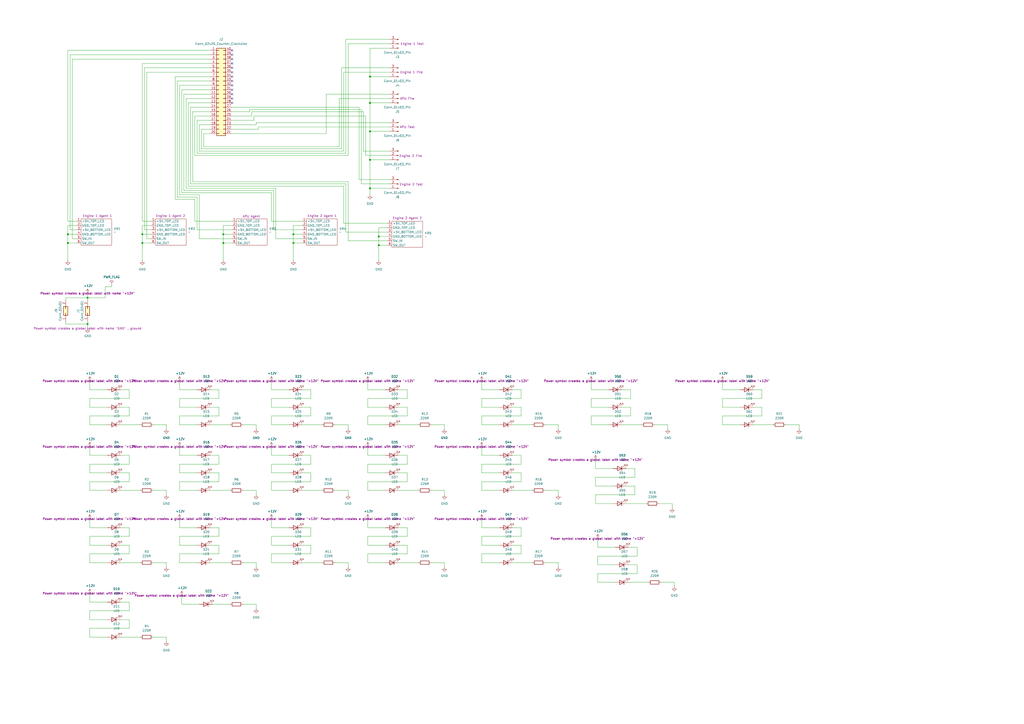
<source format=kicad_sch>
(kicad_sch (version 20250114) (generator "eeschema") (generator_version "9.0")
  (paper "A2")
  (junction (at 129.54 135.89))
  (junction (at 39.37 135.89))
  (junction (at 214.63 76.2))
  (junction (at 82.55 140.97))
  (junction (at 82.55 135.89))
  (junction (at 50.8 172.72))
  (junction (at 219.71 137.16))
  (junction (at 214.63 109.22))
  (junction (at 214.63 59.69))
  (junction (at 219.71 142.24))
  (junction (at 170.18 140.97))
  (junction (at 214.63 44.45))
  (junction (at 170.18 135.89))
  (junction (at 129.54 140.97))
  (junction (at 214.63 92.71))
  (junction (at 39.37 140.97))
  (junction (at 50.8 187.96))
  (no_connect (at 134.62 31.75))
  (no_connect (at 134.62 36.83))
  (no_connect (at 134.62 46.99))
  (no_connect (at 134.62 54.61))
  (no_connect (at 134.62 41.91))
  (no_connect (at 134.62 49.53))
  (no_connect (at 134.62 59.69))
  (no_connect (at 134.62 34.29))
  (no_connect (at 134.62 57.15))
  (no_connect (at 134.62 29.21))
  (no_connect (at 134.62 44.45))
  (no_connect (at 134.62 52.07))
  (no_connect (at 134.62 39.37))
  (wire (pts (xy 279.4 236.22) (xy 279.4 231.14)))
  (wire (pts (xy 52.07 306.07) (xy 62.23 306.07)))
  (wire (pts (xy 365.76 241.3) (xy 365.76 236.22)))
  (wire (pts (xy 353.06 246.38) (xy 342.9 246.38)))
  (wire (pts (xy 302.26 311.15) (xy 302.26 306.07)))
  (wire (pts (xy 149.86 73.66) (xy 149.86 74.93)))
  (wire (pts (xy 38.1 187.96) (xy 50.8 187.96)))
  (wire (pts (xy 74.93 231.14) (xy 74.93 226.06)))
  (wire (pts (xy 114.3 133.35) (xy 114.3 114.3)))
  (wire (pts (xy 213.36 300.99) (xy 213.36 306.07)))
  (wire (pts (xy 134.62 133.35) (xy 114.3 133.35)))
  (wire (pts (xy 74.93 316.23) (xy 69.85 316.23)))
  (wire (pts (xy 279.4 269.24) (xy 302.26 269.24)))
  (wire (pts (xy 316.23 326.39) (xy 323.85 326.39)))
  (wire (pts (xy 104.14 284.48) (xy 104.14 279.4)))
  (wire (pts (xy 231.14 284.48) (xy 242.57 284.48)))
  (wire (pts (xy 52.07 359.41) (xy 52.07 354.33)))
  (wire (pts (xy 302.26 306.07) (xy 297.18 306.07)))
  (wire (pts (xy 104.14 311.15) (xy 127 311.15)))
  (wire (pts (xy 144.78 63.5) (xy 144.78 64.77)))
  (wire (pts (xy 105.41 52.07) (xy 121.92 52.07)))
  (wire (pts (xy 157.48 279.4) (xy 180.34 279.4)))
  (wire (pts (xy 419.1 226.06) (xy 429.26 226.06)))
  (wire (pts (xy 170.18 135.89) (xy 170.18 140.97)))
  (wire (pts (xy 224.79 134.62) (xy 200.66 134.62)))
  (wire (pts (xy 127 274.32) (xy 121.92 274.32)))
  (wire (pts (xy 74.93 279.4) (xy 74.93 274.32)))
  (wire (pts (xy 50.8 186.69) (xy 50.8 187.96)))
  (wire (pts (xy 302.26 226.06) (xy 297.18 226.06)))
  (wire (pts (xy 50.8 170.18) (xy 50.8 172.72)))
  (wire (pts (xy 127 311.15) (xy 127 306.07)))
  (wire (pts (xy 419.1 246.38) (xy 419.1 241.3)))
  (wire (pts (xy 118.11 85.09) (xy 118.11 77.47)))
  (wire (pts (xy 382.27 292.1) (xy 389.89 292.1)))
  (wire (pts (xy 302.26 264.16) (xy 297.18 264.16)))
  (wire (pts (xy 429.26 236.22) (xy 419.1 236.22)))
  (wire (pts (xy 87.63 133.35) (xy 83.82 133.35)))
  (wire (pts (xy 74.93 364.49) (xy 74.93 359.41)))
  (wire (pts (xy 224.79 129.54) (xy 199.39 129.54)))
  (wire (pts (xy 213.36 241.3) (xy 236.22 241.3)))
  (wire (pts (xy 109.22 107.95) (xy 109.22 59.69)))
  (wire (pts (xy 74.93 311.15) (xy 74.93 306.07)))
  (wire (pts (xy 226.06 87.63) (xy 210.82 87.63)))
  (wire (pts (xy 44.45 128.27) (xy 39.37 128.27)))
  (wire (pts (xy 226.06 22.86) (xy 200.66 22.86)))
  (wire (pts (xy 213.36 259.08) (xy 213.36 264.16)))
  (wire (pts (xy 289.56 326.39) (xy 279.4 326.39)))
  (wire (pts (xy 104.14 306.07) (xy 114.3 306.07)))
  (wire (pts (xy 38.1 186.69) (xy 38.1 187.96)))
  (wire (pts (xy 148.59 350.52) (xy 148.59 353.06)))
  (wire (pts (xy 87.63 135.89) (xy 82.55 135.89)))
  (wire (pts (xy 50.8 172.72) (xy 60.96 172.72)))
  (wire (pts (xy 62.23 326.39) (xy 52.07 326.39)))
  (wire (pts (xy 316.23 284.48) (xy 323.85 284.48)))
  (wire (pts (xy 323.85 326.39) (xy 323.85 328.93)))
  (wire (pts (xy 356.87 327.66) (xy 346.71 327.66)))
  (wire (pts (xy 463.55 246.38) (xy 463.55 248.92)))
  (wire (pts (xy 104.14 246.38) (xy 104.14 241.3)))
  (wire (pts (xy 40.64 133.35) (xy 40.64 31.75)))
  (wire (pts (xy 279.4 300.99) (xy 279.4 306.07)))
  (wire (pts (xy 302.26 321.31) (xy 302.26 316.23)))
  (wire (pts (xy 346.71 327.66) (xy 346.71 322.58)))
  (wire (pts (xy 118.11 77.47) (xy 121.92 77.47)))
  (wire (pts (xy 360.68 246.38) (xy 372.11 246.38)))
  (wire (pts (xy 387.35 246.38) (xy 387.35 248.92)))
  (wire (pts (xy 167.64 316.23) (xy 157.48 316.23)))
  (wire (pts (xy 213.36 321.31) (xy 236.22 321.31)))
  (wire (pts (xy 353.06 236.22) (xy 342.9 236.22)))
  (wire (pts (xy 114.3 326.39) (xy 104.14 326.39)))
  (wire (pts (xy 157.48 316.23) (xy 157.48 311.15)))
  (wire (pts (xy 104.14 231.14) (xy 127 231.14)))
  (wire (pts (xy 302.26 274.32) (xy 297.18 274.32)))
  (wire (pts (xy 116.84 86.36) (xy 116.84 74.93)))
  (wire (pts (xy 74.93 359.41) (xy 69.85 359.41)))
  (wire (pts (xy 279.4 226.06) (xy 289.56 226.06)))
  (wire (pts (xy 226.06 92.71) (xy 214.63 92.71)))
  (wire (pts (xy 83.82 39.37) (xy 121.92 39.37)))
  (wire (pts (xy 289.56 236.22) (xy 279.4 236.22)))
  (wire (pts (xy 214.63 92.71) (xy 214.63 109.22)))
  (wire (pts (xy 368.3 287.02) (xy 368.3 281.94)))
  (wire (pts (xy 39.37 29.21) (xy 121.92 29.21)))
  (wire (pts (xy 297.18 326.39) (xy 308.61 326.39)))
  (wire (pts (xy 212.09 67.31) (xy 147.32 67.31)))
  (wire (pts (xy 175.26 130.81) (xy 170.18 130.81)))
  (wire (pts (xy 62.23 369.57) (xy 52.07 369.57)))
  (wire (pts (xy 157.48 269.24) (xy 180.34 269.24)))
  (wire (pts (xy 180.34 279.4) (xy 180.34 274.32)))
  (wire (pts (xy 214.63 27.94) (xy 214.63 44.45)))
  (wire (pts (xy 250.19 326.39) (xy 257.81 326.39)))
  (wire (pts (xy 279.4 316.23) (xy 279.4 311.15)))
  (wire (pts (xy 110.49 106.68) (xy 110.49 62.23)))
  (wire (pts (xy 149.86 74.93) (xy 134.62 74.93)))
  (wire (pts (xy 279.4 326.39) (xy 279.4 321.31)))
  (wire (pts (xy 52.07 241.3) (xy 74.93 241.3)))
  (wire (pts (xy 52.07 220.98) (xy 52.07 226.06)))
  (wire (pts (xy 302.26 231.14) (xy 302.26 226.06)))
  (wire (pts (xy 39.37 135.89) (xy 39.37 140.97)))
  (wire (pts (xy 146.05 67.31) (xy 134.62 67.31)))
  (wire (pts (xy 88.9 369.57) (xy 96.52 369.57)))
  (wire (pts (xy 115.57 138.43) (xy 115.57 113.03)))
  (wire (pts (xy 279.4 274.32) (xy 279.4 269.24)))
  (wire (pts (xy 224.79 142.24) (xy 219.71 142.24)))
  (wire (pts (xy 199.39 87.63) (xy 115.57 87.63)))
  (wire (pts (xy 157.48 326.39) (xy 157.48 321.31)))
  (wire (pts (xy 356.87 337.82) (xy 346.71 337.82)))
  (wire (pts (xy 148.59 71.12) (xy 148.59 72.39)))
  (wire (pts (xy 369.57 317.5) (xy 364.49 317.5)))
  (wire (pts (xy 74.93 306.07) (xy 69.85 306.07)))
  (wire (pts (xy 144.78 64.77) (xy 134.62 64.77)))
  (wire (pts (xy 127 316.23) (xy 121.92 316.23)))
  (wire (pts (xy 105.41 345.44) (xy 105.41 350.52)))
  (wire (pts (xy 52.07 344.17) (xy 52.07 349.25)))
  (wire (pts (xy 223.52 236.22) (xy 213.36 236.22)))
  (wire (pts (xy 236.22 231.14) (xy 236.22 226.06)))
  (wire (pts (xy 213.36 231.14) (xy 236.22 231.14)))
  (wire (pts (xy 226.06 73.66) (xy 149.86 73.66)))
  (wire (pts (xy 85.09 41.91) (xy 121.92 41.91)))
  (wire (pts (xy 82.55 151.13) (xy 82.55 140.97)))
  (wire (pts (xy 175.26 284.48) (xy 186.69 284.48)))
  (wire (pts (xy 106.68 54.61) (xy 121.92 54.61)))
  (wire (pts (xy 368.3 276.86) (xy 368.3 271.78)))
  (wire (pts (xy 127 226.06) (xy 121.92 226.06)))
  (wire (pts (xy 342.9 231.14) (xy 365.76 231.14)))
  (wire (pts (xy 200.66 134.62) (xy 200.66 106.68)))
  (wire (pts (xy 115.57 113.03) (xy 104.14 113.03)))
  (wire (pts (xy 224.79 137.16) (xy 219.71 137.16)))
  (wire (pts (xy 365.76 231.14) (xy 365.76 226.06)))
  (wire (pts (xy 110.49 62.23) (xy 121.92 62.23)))
  (wire (pts (xy 214.63 109.22) (xy 214.63 113.03)))
  (wire (pts (xy 114.3 246.38) (xy 104.14 246.38)))
  (wire (pts (xy 279.4 264.16) (xy 289.56 264.16)))
  (wire (pts (xy 180.34 306.07) (xy 175.26 306.07)))
  (wire (pts (xy 160.02 109.22) (xy 107.95 109.22)))
  (wire (pts (xy 74.93 349.25) (xy 69.85 349.25)))
  (wire (pts (xy 104.14 326.39) (xy 104.14 321.31)))
  (wire (pts (xy 213.36 226.06) (xy 223.52 226.06)))
  (wire (pts (xy 345.44 281.94) (xy 345.44 276.86)))
  (wire (pts (xy 200.66 106.68) (xy 110.49 106.68)))
  (wire (pts (xy 226.06 59.69) (xy 214.63 59.69)))
  (wire (pts (xy 114.3 236.22) (xy 104.14 236.22)))
  (wire (pts (xy 323.85 284.48) (xy 323.85 287.02)))
  (wire (pts (xy 74.93 264.16) (xy 69.85 264.16)))
  (wire (pts (xy 279.4 284.48) (xy 279.4 279.4)))
  (wire (pts (xy 279.4 321.31) (xy 302.26 321.31)))
  (wire (pts (xy 52.07 274.32) (xy 52.07 269.24)))
  (wire (pts (xy 213.36 220.98) (xy 213.36 226.06)))
  (wire (pts (xy 52.07 311.15) (xy 74.93 311.15)))
  (wire (pts (xy 302.26 236.22) (xy 297.18 236.22)))
  (wire (pts (xy 129.54 151.13) (xy 129.54 140.97)))
  (wire (pts (xy 441.96 226.06) (xy 436.88 226.06)))
  (wire (pts (xy 201.93 105.41) (xy 111.76 105.41)))
  (wire (pts (xy 257.81 246.38) (xy 257.81 248.92)))
  (wire (pts (xy 123.19 350.52) (xy 133.35 350.52)))
  (wire (pts (xy 364.49 337.82) (xy 375.92 337.82)))
  (wire (pts (xy 201.93 326.39) (xy 201.93 328.93)))
  (wire (pts (xy 236.22 316.23) (xy 231.14 316.23)))
  (wire (pts (xy 127 231.14) (xy 127 226.06)))
  (wire (pts (xy 62.23 274.32) (xy 52.07 274.32)))
  (wire (pts (xy 44.45 138.43) (xy 41.91 138.43)))
  (wire (pts (xy 157.48 306.07) (xy 167.64 306.07)))
  (wire (pts (xy 346.71 312.42) (xy 346.71 317.5)))
  (wire (pts (xy 69.85 369.57) (xy 81.28 369.57)))
  (wire (pts (xy 96.52 246.38) (xy 96.52 248.92)))
  (wire (pts (xy 88.9 326.39) (xy 96.52 326.39)))
  (wire (pts (xy 158.75 110.49) (xy 106.68 110.49)))
  (wire (pts (xy 200.66 22.86) (xy 200.66 88.9)))
  (wire (pts (xy 116.84 74.93) (xy 121.92 74.93)))
  (wire (pts (xy 231.14 326.39) (xy 242.57 326.39)))
  (wire (pts (xy 157.48 236.22) (xy 157.48 231.14)))
  (wire (pts (xy 74.93 321.31) (xy 74.93 316.23)))
  (wire (pts (xy 104.14 226.06) (xy 114.3 226.06)))
  (wire (pts (xy 236.22 306.07) (xy 231.14 306.07)))
  (wire (pts (xy 88.9 284.48) (xy 96.52 284.48)))
  (wire (pts (xy 236.22 321.31) (xy 236.22 316.23)))
  (wire (pts (xy 289.56 284.48) (xy 279.4 284.48)))
  (wire (pts (xy 213.36 246.38) (xy 213.36 241.3)))
  (wire (pts (xy 157.48 226.06) (xy 167.64 226.06)))
  (wire (pts (xy 115.57 72.39) (xy 121.92 72.39)))
  (wire (pts (xy 52.07 226.06) (xy 62.23 226.06)))
  (wire (pts (xy 180.34 231.14) (xy 180.34 226.06)))
  (wire (pts (xy 147.32 67.31) (xy 147.32 69.85)))
  (wire (pts (xy 104.14 259.08) (xy 104.14 264.16)))
  (wire (pts (xy 346.71 322.58) (xy 369.57 322.58)))
  (wire (pts (xy 213.36 279.4) (xy 236.22 279.4)))
  (wire (pts (xy 226.06 76.2) (xy 214.63 76.2)))
  (wire (pts (xy 236.22 274.32) (xy 231.14 274.32)))
  (wire (pts (xy 200.66 88.9) (xy 114.3 88.9)))
  (wire (pts (xy 62.23 236.22) (xy 52.07 236.22)))
  (wire (pts (xy 140.97 326.39) (xy 148.59 326.39)))
  (wire (pts (xy 146.05 64.77) (xy 146.05 67.31)))
  (wire (pts (xy 289.56 246.38) (xy 279.4 246.38)))
  (wire (pts (xy 297.18 246.38) (xy 308.61 246.38)))
  (wire (pts (xy 129.54 135.89) (xy 129.54 140.97)))
  (wire (pts (xy 213.36 311.15) (xy 236.22 311.15)))
  (wire (pts (xy 213.36 274.32) (xy 213.36 269.24)))
  (wire (pts (xy 189.23 77.47) (xy 189.23 54.61)))
  (wire (pts (xy 87.63 128.27) (xy 82.55 128.27)))
  (wire (pts (xy 127 279.4) (xy 127 274.32)))
  (wire (pts (xy 289.56 274.32) (xy 279.4 274.32)))
  (wire (pts (xy 363.22 292.1) (xy 374.65 292.1)))
  (wire (pts (xy 289.56 316.23) (xy 279.4 316.23)))
  (wire (pts (xy 104.14 236.22) (xy 104.14 231.14)))
  (wire (pts (xy 69.85 326.39) (xy 81.28 326.39)))
  (wire (pts (xy 52.07 231.14) (xy 74.93 231.14)))
  (wire (pts (xy 383.54 337.82) (xy 391.16 337.82)))
  (wire (pts (xy 236.22 269.24) (xy 236.22 264.16)))
  (wire (pts (xy 316.23 246.38) (xy 323.85 246.38)))
  (wire (pts (xy 148.59 326.39) (xy 148.59 328.93)))
  (wire (pts (xy 114.3 274.32) (xy 104.14 274.32)))
  (wire (pts (xy 104.14 264.16) (xy 114.3 264.16)))
  (wire (pts (xy 219.71 142.24) (xy 219.71 151.13)))
  (wire (pts (xy 157.48 274.32) (xy 157.48 269.24)))
  (wire (pts (xy 236.22 264.16) (xy 231.14 264.16)))
  (wire (pts (xy 224.79 132.08) (xy 219.71 132.08)))
  (wire (pts (xy 38.1 172.72) (xy 50.8 172.72)))
  (wire (pts (xy 104.14 274.32) (xy 104.14 269.24)))
  (wire (pts (xy 175.26 246.38) (xy 186.69 246.38)))
  (wire (pts (xy 104.14 49.53) (xy 121.92 49.53)))
  (wire (pts (xy 39.37 135.89) (xy 44.45 135.89)))
  (wire (pts (xy 213.36 236.22) (xy 213.36 231.14)))
  (wire (pts (xy 114.3 316.23) (xy 104.14 316.23)))
  (wire (pts (xy 214.63 76.2) (xy 214.63 92.71)))
  (wire (pts (xy 96.52 284.48) (xy 96.52 287.02)))
  (wire (pts (xy 257.81 284.48) (xy 257.81 287.02)))
  (wire (pts (xy 236.22 279.4) (xy 236.22 274.32)))
  (wire (pts (xy 213.36 264.16) (xy 223.52 264.16)))
  (wire (pts (xy 194.31 326.39) (xy 201.93 326.39)))
  (wire (pts (xy 219.71 137.16) (xy 219.71 142.24)))
  (wire (pts (xy 250.19 246.38) (xy 257.81 246.38)))
  (wire (pts (xy 107.95 109.22) (xy 107.95 57.15)))
  (wire (pts (xy 226.06 71.12) (xy 148.59 71.12)))
  (wire (pts (xy 175.26 138.43) (xy 160.02 138.43)))
  (wire (pts (xy 208.28 104.14) (xy 208.28 62.23)))
  (wire (pts (xy 121.92 246.38) (xy 133.35 246.38)))
  (wire (pts (xy 279.4 220.98) (xy 279.4 226.06)))
  (wire (pts (xy 52.07 300.99) (xy 52.07 306.07)))
  (wire (pts (xy 429.26 246.38) (xy 419.1 246.38)))
  (wire (pts (xy 113.03 115.57) (xy 101.6 115.57)))
  (wire (pts (xy 52.07 269.24) (xy 74.93 269.24)))
  (wire (pts (xy 157.48 311.15) (xy 180.34 311.15)))
  (wire (pts (xy 441.96 241.3) (xy 441.96 236.22)))
  (wire (pts (xy 279.4 241.3) (xy 302.26 241.3)))
  (wire (pts (xy 214.63 44.45) (xy 214.63 59.69)))
  (wire (pts (xy 129.54 130.81) (xy 129.54 135.89)))
  (wire (pts (xy 219.71 132.08) (xy 219.71 137.16)))
  (wire (pts (xy 436.88 246.38) (xy 448.31 246.38)))
  (wire (pts (xy 297.18 284.48) (xy 308.61 284.48)))
  (wire (pts (xy 82.55 36.83) (xy 121.92 36.83)))
  (wire (pts (xy 39.37 130.81) (xy 39.37 135.89)))
  (wire (pts (xy 419.1 236.22) (xy 419.1 231.14)))
  (wire (pts (xy 64.77 166.37) (xy 64.77 165.1)))
  (wire (pts (xy 167.64 274.32) (xy 157.48 274.32)))
  (wire (pts (xy 346.71 332.74) (xy 369.57 332.74)))
  (wire (pts (xy 180.34 269.24) (xy 180.34 264.16)))
  (wire (pts (xy 158.75 133.35) (xy 158.75 110.49)))
  (wire (pts (xy 226.06 106.68) (xy 209.55 106.68)))
  (wire (pts (xy 134.62 130.81) (xy 129.54 130.81)))
  (wire (pts (xy 180.34 274.32) (xy 175.26 274.32)))
  (wire (pts (xy 157.48 128.27) (xy 157.48 111.76)))
  (wire (pts (xy 223.52 246.38) (xy 213.36 246.38)))
  (wire (pts (xy 167.64 246.38) (xy 157.48 246.38)))
  (wire (pts (xy 104.14 279.4) (xy 127 279.4)))
  (wire (pts (xy 236.22 236.22) (xy 231.14 236.22)))
  (wire (pts (xy 213.36 306.07) (xy 223.52 306.07)))
  (wire (pts (xy 236.22 241.3) (xy 236.22 236.22)))
  (wire (pts (xy 96.52 369.57) (xy 96.52 372.11)))
  (wire (pts (xy 52.07 259.08) (xy 52.07 264.16)))
  (wire (pts (xy 102.87 114.3) (xy 102.87 46.99)))
  (wire (pts (xy 134.62 62.23) (xy 208.28 62.23)))
  (wire (pts (xy 345.44 266.7) (xy 345.44 271.78)))
  (wire (pts (xy 134.62 128.27) (xy 113.03 128.27)))
  (wire (pts (xy 140.97 284.48) (xy 148.59 284.48)))
  (wire (pts (xy 175.26 133.35) (xy 158.75 133.35)))
  (wire (pts (xy 104.14 316.23) (xy 104.14 311.15)))
  (wire (pts (xy 198.12 86.36) (xy 116.84 86.36)))
  (wire (pts (xy 210.82 87.63) (xy 210.82 64.77)))
  (wire (pts (xy 127 241.3) (xy 127 236.22)))
  (wire (pts (xy 140.97 246.38) (xy 148.59 246.38)))
  (wire (pts (xy 50.8 187.96) (xy 50.8 190.5)))
  (wire (pts (xy 175.26 128.27) (xy 157.48 128.27)))
  (wire (pts (xy 196.85 57.15) (xy 196.85 85.09)))
  (wire (pts (xy 180.34 241.3) (xy 180.34 236.22)))
  (wire (pts (xy 105.41 350.52) (xy 115.57 350.52)))
  (wire (pts (xy 113.03 128.27) (xy 113.03 115.57)))
  (wire (pts (xy 226.06 41.91) (xy 199.39 41.91)))
  (wire (pts (xy 346.71 337.82) (xy 346.71 332.74)))
  (wire (pts (xy 69.85 246.38) (xy 81.28 246.38)))
  (wire (pts (xy 62.23 246.38) (xy 52.07 246.38)))
  (wire (pts (xy 342.9 236.22) (xy 342.9 231.14)))
  (wire (pts (xy 342.9 226.06) (xy 353.06 226.06)))
  (wire (pts (xy 160.02 138.43) (xy 160.02 109.22)))
  (wire (pts (xy 44.45 133.35) (xy 40.64 133.35)))
  (wire (pts (xy 157.48 321.31) (xy 180.34 321.31)))
  (wire (pts (xy 345.44 271.78) (xy 355.6 271.78)))
  (wire (pts (xy 39.37 128.27) (xy 39.37 29.21)))
  (wire (pts (xy 129.54 140.97) (xy 134.62 140.97)))
  (wire (pts (xy 196.85 85.09) (xy 118.11 85.09)))
  (wire (pts (xy 236.22 311.15) (xy 236.22 306.07)))
  (wire (pts (xy 87.63 138.43) (xy 85.09 138.43)))
  (wire (pts (xy 279.4 279.4) (xy 302.26 279.4)))
  (wire (pts (xy 52.07 354.33) (xy 74.93 354.33)))
  (wire (pts (xy 105.41 111.76) (xy 105.41 52.07)))
  (wire (pts (xy 209.55 106.68) (xy 209.55 63.5)))
  (wire (pts (xy 231.14 246.38) (xy 242.57 246.38)))
  (wire (pts (xy 157.48 231.14) (xy 180.34 231.14)))
  (wire (pts (xy 74.93 236.22) (xy 69.85 236.22)))
  (wire (pts (xy 279.4 259.08) (xy 279.4 264.16)))
  (wire (pts (xy 365.76 226.06) (xy 360.68 226.06)))
  (wire (pts (xy 223.52 326.39) (xy 213.36 326.39)))
  (wire (pts (xy 113.03 90.17) (xy 201.93 90.17)))
  (wire (pts (xy 223.52 316.23) (xy 213.36 316.23)))
  (wire (pts (xy 170.18 140.97) (xy 170.18 151.13)))
  (wire (pts (xy 226.06 57.15) (xy 196.85 57.15)))
  (wire (pts (xy 74.93 274.32) (xy 69.85 274.32)))
  (wire (pts (xy 74.93 269.24) (xy 74.93 264.16)))
  (wire (pts (xy 147.32 69.85) (xy 134.62 69.85)))
  (wire (pts (xy 345.44 276.86) (xy 368.3 276.86)))
  (wire (pts (xy 82.55 128.27) (xy 82.55 36.83)))
  (wire (pts (xy 157.48 284.48) (xy 157.48 279.4)))
  (wire (pts (xy 279.4 311.15) (xy 302.26 311.15)))
  (wire (pts (xy 355.6 292.1) (xy 345.44 292.1)))
  (wire (pts (xy 226.06 27.94) (xy 214.63 27.94)))
  (wire (pts (xy 101.6 115.57) (xy 101.6 44.45)))
  (wire (pts (xy 279.4 231.14) (xy 302.26 231.14)))
  (wire (pts (xy 111.76 64.77) (xy 121.92 64.77)))
  (wire (pts (xy 345.44 287.02) (xy 368.3 287.02)))
  (wire (pts (xy 167.64 326.39) (xy 157.48 326.39)))
  (wire (pts (xy 167.64 236.22) (xy 157.48 236.22)))
  (wire (pts (xy 342.9 241.3) (xy 365.76 241.3)))
  (wire (pts (xy 189.23 54.61) (xy 226.06 54.61)))
  (wire (pts (xy 38.1 173.99) (xy 38.1 172.72)))
  (wire (pts (xy 62.23 316.23) (xy 52.07 316.23)))
  (wire (pts (xy 104.14 113.03) (xy 104.14 49.53)))
  (wire (pts (xy 127 306.07) (xy 121.92 306.07)))
  (wire (pts (xy 60.96 166.37) (xy 64.77 166.37)))
  (wire (pts (xy 87.63 130.81) (xy 82.55 130.81)))
  (wire (pts (xy 365.76 236.22) (xy 360.68 236.22)))
  (wire (pts (xy 101.6 44.45) (xy 121.92 44.45)))
  (wire (pts (xy 198.12 39.37) (xy 198.12 86.36)))
  (wire (pts (xy 419.1 220.98) (xy 419.1 226.06)))
  (wire (pts (xy 107.95 57.15) (xy 121.92 57.15)))
  (wire (pts (xy 114.3 69.85) (xy 121.92 69.85)))
  (wire (pts (xy 106.68 110.49) (xy 106.68 54.61)))
  (wire (pts (xy 52.07 284.48) (xy 52.07 279.4)))
  (wire (pts (xy 104.14 241.3) (xy 127 241.3)))
  (wire (pts (xy 157.48 220.98) (xy 157.48 226.06)))
  (wire (pts (xy 391.16 337.82) (xy 391.16 340.36)))
  (wire (pts (xy 121.92 326.39) (xy 133.35 326.39)))
  (wire (pts (xy 212.09 90.17) (xy 212.09 67.31)))
  (wire (pts (xy 74.93 241.3) (xy 74.93 236.22)))
  (wire (pts (xy 82.55 135.89) (xy 82.55 140.97)))
  (wire (pts (xy 213.36 316.23) (xy 213.36 311.15)))
  (wire (pts (xy 441.96 231.14) (xy 441.96 226.06)))
  (wire (pts (xy 419.1 241.3) (xy 441.96 241.3)))
  (wire (pts (xy 148.59 246.38) (xy 148.59 248.92)))
  (wire (pts (xy 199.39 107.95) (xy 109.22 107.95)))
  (wire (pts (xy 114.3 284.48) (xy 104.14 284.48)))
  (wire (pts (xy 194.31 284.48) (xy 201.93 284.48)))
  (wire (pts (xy 379.73 246.38) (xy 387.35 246.38)))
  (wire (pts (xy 302.26 241.3) (xy 302.26 236.22)))
  (wire (pts (xy 226.06 39.37) (xy 198.12 39.37)))
  (wire (pts (xy 302.26 269.24) (xy 302.26 264.16)))
  (wire (pts (xy 121.92 284.48) (xy 133.35 284.48)))
  (wire (pts (xy 85.09 138.43) (xy 85.09 41.91)))
  (wire (pts (xy 170.18 130.81) (xy 170.18 135.89)))
  (wire (pts (xy 224.79 139.7) (xy 201.93 139.7)))
  (wire (pts (xy 257.81 326.39) (xy 257.81 328.93)))
  (wire (pts (xy 62.23 359.41) (xy 52.07 359.41)))
  (wire (pts (xy 52.07 369.57) (xy 52.07 364.49)))
  (wire (pts (xy 88.9 246.38) (xy 96.52 246.38)))
  (wire (pts (xy 180.34 264.16) (xy 175.26 264.16)))
  (wire (pts (xy 201.93 284.48) (xy 201.93 287.02)))
  (wire (pts (xy 342.9 246.38) (xy 342.9 241.3)))
  (wire (pts (xy 44.45 130.81) (xy 39.37 130.81)))
  (wire (pts (xy 127 269.24) (xy 127 264.16)))
  (wire (pts (xy 455.93 246.38) (xy 463.55 246.38)))
  (wire (pts (xy 201.93 139.7) (xy 201.93 105.41)))
  (wire (pts (xy 83.82 133.35) (xy 83.82 39.37)))
  (wire (pts (xy 199.39 41.91) (xy 199.39 87.63)))
  (wire (pts (xy 52.07 316.23) (xy 52.07 311.15)))
  (wire (pts (xy 104.14 321.31) (xy 127 321.31)))
  (wire (pts (xy 157.48 259.08) (xy 157.48 264.16)))
  (wire (pts (xy 180.34 226.06) (xy 175.26 226.06)))
  (wire (pts (xy 74.93 226.06) (xy 69.85 226.06)))
  (wire (pts (xy 175.26 140.97) (xy 170.18 140.97)))
  (wire (pts (xy 369.57 332.74) (xy 369.57 327.66)))
  (wire (pts (xy 52.07 246.38) (xy 52.07 241.3)))
  (wire (pts (xy 369.57 322.58) (xy 369.57 317.5)))
  (wire (pts (xy 140.97 350.52) (xy 148.59 350.52)))
  (wire (pts (xy 52.07 236.22) (xy 52.07 231.14)))
  (wire (pts (xy 157.48 264.16) (xy 167.64 264.16)))
  (wire (pts (xy 157.48 300.99) (xy 157.48 306.07)))
  (wire (pts (xy 175.26 135.89) (xy 170.18 135.89)))
  (wire (pts (xy 279.4 306.07) (xy 289.56 306.07)))
  (wire (pts (xy 52.07 279.4) (xy 74.93 279.4)))
  (wire (pts (xy 102.87 46.99) (xy 121.92 46.99)))
  (wire (pts (xy 127 264.16) (xy 121.92 264.16)))
  (wire (pts (xy 213.36 284.48) (xy 213.36 279.4)))
  (wire (pts (xy 69.85 284.48) (xy 81.28 284.48)))
  (wire (pts (xy 213.36 326.39) (xy 213.36 321.31)))
  (wire (pts (xy 114.3 114.3) (xy 102.87 114.3)))
  (wire (pts (xy 115.57 87.63) (xy 115.57 72.39)))
  (wire (pts (xy 180.34 236.22) (xy 175.26 236.22)))
  (wire (pts (xy 236.22 226.06) (xy 231.14 226.06)))
  (wire (pts (xy 226.06 44.45) (xy 214.63 44.45)))
  (wire (pts (xy 104.14 300.99) (xy 104.14 306.07)))
  (wire (pts (xy 323.85 246.38) (xy 323.85 248.92)))
  (wire (pts (xy 41.91 34.29) (xy 121.92 34.29)))
  (wire (pts (xy 113.03 67.31) (xy 113.03 90.17)))
  (wire (pts (xy 223.52 284.48) (xy 213.36 284.48)))
  (wire (pts (xy 60.96 172.72) (xy 60.96 166.37)))
  (wire (pts (xy 127 321.31) (xy 127 316.23)))
  (wire (pts (xy 148.59 284.48) (xy 148.59 287.02)))
  (wire (pts (xy 82.55 140.97) (xy 87.63 140.97)))
  (wire (pts (xy 40.64 31.75) (xy 121.92 31.75)))
  (wire (pts (xy 134.62 77.47) (xy 189.23 77.47)))
  (wire (pts (xy 226.06 109.22) (xy 214.63 109.22)))
  (wire (pts (xy 419.1 231.14) (xy 441.96 231.14)))
  (wire (pts (xy 213.36 269.24) (xy 236.22 269.24)))
  (wire (pts (xy 345.44 292.1) (xy 345.44 287.02)))
  (wire (pts (xy 201.93 246.38) (xy 201.93 248.92)))
  (wire (pts (xy 111.76 105.41) (xy 111.76 64.77)))
  (wire (pts (xy 342.9 220.98) (xy 342.9 226.06)))
  (wire (pts (xy 104.14 220.98) (xy 104.14 226.06)))
  (wire (pts (xy 148.59 72.39) (xy 134.62 72.39)))
  (wire (pts (xy 52.07 326.39) (xy 52.07 321.31)))
  (wire (pts (xy 223.52 274.32) (xy 213.36 274.32)))
  (wire (pts (xy 180.34 316.23) (xy 175.26 316.23)))
  (wire (pts (xy 250.19 284.48) (xy 257.81 284.48)))
  (wire (pts (xy 194.31 246.38) (xy 201.93 246.38)))
  (wire (pts (xy 355.6 281.94) (xy 345.44 281.94)))
  (wire (pts (xy 62.23 284.48) (xy 52.07 284.48)))
  (wire (pts (xy 369.57 327.66) (xy 364.49 327.66)))
  (wire (pts (xy 302.26 316.23) (xy 297.18 316.23)))
  (wire (pts (xy 104.14 269.24) (xy 127 269.24)))
  (wire (pts (xy 52.07 264.16) (xy 62.23 264.16)))
  (wire (pts (xy 389.89 292.1) (xy 389.89 294.64)))
  (wire (pts (xy 134.62 138.43) (xy 115.57 138.43)))
  (wire (pts (xy 157.48 246.38) (xy 157.48 241.3)))
  (wire (pts (xy 279.4 246.38) (xy 279.4 241.3)))
  (wire (pts (xy 226.06 104.14) (xy 208.28 104.14)))
  (wire (pts (xy 167.64 284.48) (xy 157.48 284.48)))
  (wire (pts (xy 50.8 172.72) (xy 50.8 173.99)))
  (wire (pts (xy 226.06 90.17) (xy 212.09 90.17)))
  (wire (pts (xy 157.48 111.76) (xy 105.41 111.76)))
  (wire (pts (xy 41.91 138.43) (xy 41.91 34.29)))
  (wire (pts (xy 52.07 321.31) (xy 74.93 321.31)))
  (wire (pts (xy 52.07 349.25) (xy 62.23 349.25)))
  (wire (pts (xy 302.26 279.4) (xy 302.26 274.32)))
  (wire (pts (xy 157.48 241.3) (xy 180.34 241.3)))
  (wire (pts (xy 82.55 130.81) (xy 82.55 135.89)))
  (wire (pts (xy 121.92 67.31) (xy 113.03 67.31)))
  (wire (pts (xy 134.62 135.89) (xy 129.54 135.89)))
  (wire (pts (xy 201.93 25.4) (xy 226.06 25.4)))
  (wire (pts (xy 96.52 326.39) (xy 96.52 328.93)))
  (wire (pts (xy 368.3 271.78) (xy 363.22 271.78)))
  (wire (pts (xy 180.34 311.15) (xy 180.34 306.07)))
  (wire (pts (xy 214.63 59.69) (xy 214.63 76.2)))
  (wire (pts (xy 109.22 59.69) (xy 121.92 59.69)))
  (wire (pts (xy 199.39 129.54) (xy 199.39 107.95)))
  (wire (pts (xy 346.71 317.5) (xy 356.87 317.5)))
  (wire (pts (xy 209.55 63.5) (xy 144.78 63.5)))
  (wire (pts (xy 52.07 364.49) (xy 74.93 364.49)))
  (wire (pts (xy 127 236.22) (xy 121.92 236.22)))
  (wire (pts (xy 114.3 88.9) (xy 114.3 69.85)))
  (wire (pts (xy 39.37 151.13) (xy 39.37 140.97)))
  (wire (pts (xy 180.34 321.31) (xy 180.34 316.23)))
  (wire (pts (xy 210.82 64.77) (xy 146.05 64.77)))
  (wire (pts (xy 39.37 140.97) (xy 44.45 140.97)))
  (wire (pts (xy 74.93 354.33) (xy 74.93 349.25)))
  (wire (pts (xy 441.96 236.22) (xy 436.88 236.22)))
  (wire (pts (xy 201.93 25.4) (xy 201.93 90.17)))
  (wire (pts (xy 175.26 326.39) (xy 186.69 326.39)))
  (wire (pts (xy 368.3 281.94) (xy 363.22 281.94)))
  (symbol (lib_id "Connector_Generic:Conn_02x01") (at 50.8 181.61 90) (unit 1)
    (property "Reference" "J1" (at 45.2882 180.34 0))
    (property "Value" "Conn_02x01" (at 47.5996 180.34 0))
    (property "Footprint" "TerminalBlock:TerminalBlock_bornier-2_P5.08mm" (effects (hide yes)))
    (property "Description" "Generic connector, double row, 02x01, this symbol is compatible with counter-clockwise, top-bottom and odd-even numbering schemes., script generated (kicad-library-utils/schlib/autogen/connector/)" (effects (hide yes)))
  )
  (symbol (lib_id "power:GND") (at 50.8 190.5 0) (unit 1)
    (property "Reference" "#PWR03" (effects (hide yes)))
    (property "Value" "GND" (at 50.927 194.8942 0))
    (property "Description" "Power symbol creates a global label with name \"GND\" , ground" (at 50.8 190.5 0))
  )
  (symbol (lib_id "power:+12V") (at 50.8 170.18 0) (unit 1)
    (property "Reference" "#PWR02" (effects (hide yes)))
    (property "Value" "+12V" (at 51.181 165.7858 0))
    (property "Description" "Power symbol creates a global label with name \"+12V\"" (at 50.8 170.18 0))
  )
  (symbol (lib_id "power:PWR_FLAG") (at 64.77 165.1 0) (unit 1)
    (property "Reference" "#FLG01" (effects (hide yes)))
    (property "Value" "PWR_FLAG" (at 64.77 160.7058 0))
  )
  (symbol (lib_id "power:GND") (at 463.55 248.92 0) (unit 1)
    (property "Reference" "#PWR041" (effects (hide yes)))
    (property "Value" "GND" (at 463.55 254 0))
    (property "Description" "Power symbol creates a global label with name \"GND\" , ground" (effects (hide yes)))
  )
  (symbol (lib_id "Connector_Generic:Conn_02x01") (at 38.1 181.61 90) (unit 1)
    (property "Reference" "J9" (at 32.5882 180.34 0))
    (property "Value" "Conn_02x01" (at 34.8996 180.34 0))
    (property "Footprint" "TerminalBlock:TerminalBlock_bornier-2_P5.08mm" (effects (hide yes)))
    (property "Description" "Generic connector, double row, 02x01, this symbol is compatible with counter-clockwise, top-bottom and odd-even numbering schemes., script generated (kicad-library-utils/schlib/autogen/connector/)" (effects (hide yes)))
  )
  (symbol (lib_id "power:+12V") (at 213.36 300.99 0) (unit 1)
    (property "Reference" "#PWR033" (effects (hide yes)))
    (property "Value" "+12V" (at 213.741 296.5958 0))
    (property "Description" "Power symbol creates a global label with name \"+12V\"" (at 213.36 300.99 0))
  )
  (symbol (lib_id "Device:LED") (at 360.68 327.66 180) (unit 1)
    (property "Reference" "D57" (at 362.2675 320.04 0))
    (property "Value" "LED" (at 362.2675 322.58 0))
    (property "Footprint" "OpenA3XX:LED_Everlight-SMD3528_3.5x2.8mm_67-21ST" (effects (hide yes)))
    (property "Description" "Light emitting diode" (effects (hide yes)))
    (property "Sim.Pins" "1=K 2=A" (effects (hide yes)))
  )
  (symbol (lib_id "power:GND") (at 323.85 328.93 0) (unit 1)
    (property "Reference" "#PWR044" (effects (hide yes)))
    (property "Value" "GND" (at 323.85 334.01 0))
    (property "Description" "Power symbol creates a global label with name \"GND\" , ground" (effects (hide yes)))
  )
  (symbol (lib_id "Device:R") (at 190.5 326.39 90) (unit 1)
    (property "Reference" "R11" (at 190.5 320.04 90))
    (property "Value" "220R" (at 190.5 322.58 90))
    (property "Footprint" "Resistor_SMD:R_1206_3216Metric_Pad1.30x1.75mm_HandSolder" (effects (hide yes)))
    (property "Description" "Resistor" (effects (hide yes)))
  )
  (symbol (lib_id "power:+12V") (at 104.14 220.98 0) (unit 1)
    (property "Reference" "#PWR013" (effects (hide yes)))
    (property "Value" "+12V" (at 104.521 216.5858 0))
    (property "Description" "Power symbol creates a global label with name \"+12V\"" (at 104.14 220.98 0))
  )
  (symbol (lib_id "Device:LED") (at 118.11 316.23 180) (unit 1)
    (property "Reference" "D20" (at 119.6975 308.61 0))
    (property "Value" "LED" (at 119.6975 311.15 0))
    (property "Footprint" "OpenA3XX:LED_Everlight-SMD3528_3.5x2.8mm_67-21ST" (effects (hide yes)))
    (property "Description" "Light emitting diode" (effects (hide yes)))
    (property "Sim.Pins" "1=K 2=A" (effects (hide yes)))
  )
  (symbol (lib_id "Device:R") (at 85.09 369.57 90) (unit 1)
    (property "Reference" "R4" (at 85.09 363.22 90))
    (property "Value" "220R" (at 85.09 365.76 90))
    (property "Footprint" "Resistor_SMD:R_1206_3216Metric_Pad1.30x1.75mm_HandSolder" (effects (hide yes)))
    (property "Description" "Resistor" (effects (hide yes)))
  )
  (symbol (lib_id "Device:LED") (at 66.04 274.32 180) (unit 1)
    (property "Reference" "D5" (at 67.6275 266.7 0))
    (property "Value" "LED" (at 67.6275 269.24 0))
    (property "Footprint" "OpenA3XX:LED_Everlight-SMD3528_3.5x2.8mm_67-21ST" (effects (hide yes)))
    (property "Description" "Light emitting diode" (effects (hide yes)))
    (property "Sim.Pins" "1=K 2=A" (effects (hide yes)))
  )
  (symbol (lib_id "Device:LED") (at 227.33 246.38 180) (unit 1)
    (property "Reference" "D34" (at 228.9175 238.76 0))
    (property "Value" "LED" (at 228.9175 241.3 0))
    (property "Footprint" "OpenA3XX:LED_Everlight-SMD3528_3.5x2.8mm_67-21ST" (effects (hide yes)))
    (property "Description" "Light emitting diode" (effects (hide yes)))
    (property "Sim.Pins" "1=K 2=A" (effects (hide yes)))
  )
  (symbol (lib_id "Device:LED") (at 359.41 271.78 180) (unit 1)
    (property "Reference" "D53" (at 360.9975 264.16 0))
    (property "Value" "LED" (at 360.9975 266.7 0))
    (property "Footprint" "OpenA3XX:LED_Everlight-SMD3528_3.5x2.8mm_67-21ST" (effects (hide yes)))
    (property "Description" "Light emitting diode" (effects (hide yes)))
    (property "Sim.Pins" "1=K 2=A" (effects (hide yes)))
  )
  (symbol (lib_id "Device:LED") (at 66.04 284.48 180) (unit 1)
    (property "Reference" "D6" (at 67.6275 276.86 0))
    (property "Value" "LED" (at 67.6275 279.4 0))
    (property "Footprint" "OpenA3XX:LED_Everlight-SMD3528_3.5x2.8mm_67-21ST" (effects (hide yes)))
    (property "Description" "Light emitting diode" (effects (hide yes)))
    (property "Sim.Pins" "1=K 2=A" (effects (hide yes)))
  )
  (symbol (lib_id "power:+12V") (at 346.71 312.42 0) (unit 1)
    (property "Reference" "#PWR026" (effects (hide yes)))
    (property "Value" "+12V" (at 347.091 308.0258 0))
    (property "Description" "Power symbol creates a global label with name \"+12V\"" (at 346.71 312.42 0))
  )
  (symbol (lib_id "power:GND") (at 387.35 248.92 0) (unit 1)
    (property "Reference" "#PWR046" (effects (hide yes)))
    (property "Value" "GND" (at 387.35 254 0))
    (property "Description" "Power symbol creates a global label with name \"GND\" , ground" (effects (hide yes)))
  )
  (symbol (lib_id "Device:LED") (at 171.45 236.22 180) (unit 1)
    (property "Reference" "D24" (at 173.0375 228.6 0))
    (property "Value" "LED" (at 173.0375 231.14 0))
    (property "Footprint" "OpenA3XX:LED_Everlight-SMD3528_3.5x2.8mm_67-21ST" (effects (hide yes)))
    (property "Description" "Light emitting diode" (effects (hide yes)))
    (property "Sim.Pins" "1=K 2=A" (effects (hide yes)))
  )
  (symbol (lib_id "Device:R") (at 85.09 246.38 90) (unit 1)
    (property "Reference" "R1" (at 85.09 240.03 90))
    (property "Value" "220R" (at 85.09 242.57 90))
    (property "Footprint" "Resistor_SMD:R_1206_3216Metric_Pad1.30x1.75mm_HandSolder" (effects (hide yes)))
    (property "Description" "Resistor" (effects (hide yes)))
  )
  (symbol (lib_id "Device:LED") (at 227.33 236.22 180) (unit 1)
    (property "Reference" "D33" (at 228.9175 228.6 0))
    (property "Value" "LED" (at 228.9175 231.14 0))
    (property "Footprint" "OpenA3XX:LED_Everlight-SMD3528_3.5x2.8mm_67-21ST" (effects (hide yes)))
    (property "Description" "Light emitting diode" (effects (hide yes)))
    (property "Sim.Pins" "1=K 2=A" (effects (hide yes)))
  )
  (symbol (lib_id "power:GND") (at 323.85 287.02 0) (unit 1)
    (property "Reference" "#PWR043" (effects (hide yes)))
    (property "Value" "GND" (at 323.85 292.1 0))
    (property "Description" "Power symbol creates a global label with name \"GND\" , ground" (effects (hide yes)))
  )
  (symbol (lib_id "power:+12V") (at 345.44 266.7 0) (unit 1)
    (property "Reference" "#PWR017" (effects (hide yes)))
    (property "Value" "+12V" (at 345.821 262.3058 0))
    (property "Description" "Power symbol creates a global label with name \"+12V\"" (at 345.44 266.7 0))
  )
  (symbol (lib_id "Device:R") (at 246.38 284.48 90) (unit 1)
    (property "Reference" "R13" (at 246.38 278.13 90))
    (property "Value" "220R" (at 246.38 280.67 90))
    (property "Footprint" "Resistor_SMD:R_1206_3216Metric_Pad1.30x1.75mm_HandSolder" (effects (hide yes)))
    (property "Description" "Resistor" (effects (hide yes)))
  )
  (symbol (lib_id "Device:LED") (at 171.45 316.23 180) (unit 1)
    (property "Reference" "D30" (at 173.0375 308.61 0))
    (property "Value" "LED" (at 173.0375 311.15 0))
    (property "Footprint" "OpenA3XX:LED_Everlight-SMD3528_3.5x2.8mm_67-21ST" (effects (hide yes)))
    (property "Description" "Light emitting diode" (effects (hide yes)))
    (property "Sim.Pins" "1=K 2=A" (effects (hide yes)))
  )
  (symbol (lib_id "power:GND") (at 82.55 151.13 0) (unit 1)
    (property "Reference" "#PWR04" (effects (hide yes)))
    (property "Value" "GND" (at 82.55 156.21 0))
    (property "Description" "Power symbol creates a global label with name \"GND\" , ground" (effects (hide yes)))
  )
  (symbol (lib_id "power:+12V") (at 213.36 220.98 0) (unit 1)
    (property "Reference" "#PWR031" (effects (hide yes)))
    (property "Value" "+12V" (at 213.741 216.5858 0))
    (property "Description" "Power symbol creates a global label with name \"+12V\"" (at 213.36 220.98 0))
  )
  (symbol (lib_id "Device:R") (at 379.73 337.82 90) (unit 1)
    (property "Reference" "R20" (at 379.73 331.47 90))
    (property "Value" "220R" (at 379.73 334.01 90))
    (property "Footprint" "Resistor_SMD:R_1206_3216Metric_Pad1.30x1.75mm_HandSolder" (effects (hide yes)))
    (property "Description" "Resistor" (effects (hide yes)))
  )
  (symbol (lib_id "power:GND") (at 201.93 287.02 0) (unit 1)
    (property "Reference" "#PWR029" (effects (hide yes)))
    (property "Value" "GND" (at 201.93 292.1 0))
    (property "Description" "Power symbol creates a global label with name \"GND\" , ground" (effects (hide yes)))
  )
  (symbol (lib_id "Device:LED") (at 360.68 317.5 180) (unit 1)
    (property "Reference" "D56" (at 362.2675 309.88 0))
    (property "Value" "LED" (at 362.2675 312.42 0))
    (property "Footprint" "OpenA3XX:LED_Everlight-SMD3528_3.5x2.8mm_67-21ST" (effects (hide yes)))
    (property "Description" "Light emitting diode" (effects (hide yes)))
    (property "Sim.Pins" "1=K 2=A" (effects (hide yes)))
  )
  (symbol (lib_id "power:+12V") (at 105.41 345.44 0) (unit 1)
    (property "Reference" "#PWR016" (effects (hide yes)))
    (property "Value" "+12V" (at 105.791 341.0458 0))
    (property "Description" "Power symbol creates a global label with name \"+12V\"" (at 105.41 345.44 0))
  )
  (symbol (lib_id "Device:LED") (at 119.38 350.52 180) (unit 1)
    (property "Reference" "D22" (at 120.9675 342.9 0))
    (property "Value" "LED" (at 120.9675 345.44 0))
    (property "Footprint" "OpenA3XX:LED_Everlight-SMD3528_3.5x2.8mm_67-21ST" (effects (hide yes)))
    (property "Description" "Light emitting diode" (effects (hide yes)))
    (property "Sim.Pins" "1=K 2=A" (effects (hide yes)))
  )
  (symbol (lib_id "Device:LED") (at 66.04 316.23 180) (unit 1)
    (property "Reference" "D8" (at 67.6275 308.61 0))
    (property "Value" "LED" (at 67.6275 311.15 0))
    (property "Footprint" "OpenA3XX:LED_Everlight-SMD3528_3.5x2.8mm_67-21ST" (effects (hide yes)))
    (property "Description" "Light emitting diode" (effects (hide yes)))
    (property "Sim.Pins" "1=K 2=A" (effects (hide yes)))
  )
  (symbol (lib_id "power:GND") (at 170.18 151.13 0) (unit 1)
    (property "Reference" "#PWR06" (effects (hide yes)))
    (property "Value" "GND" (at 170.18 156.21 0))
    (property "Description" "Power symbol creates a global label with name \"GND\" , ground" (effects (hide yes)))
  )
  (symbol (lib_id "power:GND") (at 129.54 151.13 0) (unit 1)
    (property "Reference" "#PWR05" (effects (hide yes)))
    (property "Value" "GND" (at 129.54 156.21 0))
    (property "Description" "Power symbol creates a global label with name \"GND\" , ground" (effects (hide yes)))
  )
  (symbol (lib_id "power:+12V") (at 157.48 300.99 0) (unit 1)
    (property "Reference" "#PWR025" (effects (hide yes)))
    (property "Value" "+12V" (at 157.861 296.5958 0))
    (property "Description" "Power symbol creates a global label with name \"+12V\"" (at 157.48 300.99 0))
  )
  (symbol (lib_id "Device:R") (at 452.12 246.38 90) (unit 1)
    (property "Reference" "R21" (at 452.12 240.03 90))
    (property "Value" "220R" (at 452.12 242.57 90))
    (property "Footprint" "Resistor_SMD:R_1206_3216Metric_Pad1.30x1.75mm_HandSolder" (effects (hide yes)))
    (property "Description" "Resistor" (effects (hide yes)))
  )
  (symbol (lib_id "Device:LED") (at 360.68 337.82 180) (unit 1)
    (property "Reference" "D58" (at 362.2675 330.2 0))
    (property "Value" "LED" (at 362.2675 332.74 0))
    (property "Footprint" "OpenA3XX:LED_Everlight-SMD3528_3.5x2.8mm_67-21ST" (effects (hide yes)))
    (property "Description" "Light emitting diode" (effects (hide yes)))
    (property "Sim.Pins" "1=K 2=A" (effects (hide yes)))
  )
  (symbol (lib_id "Device:LED") (at 293.37 284.48 180) (unit 1)
    (property "Reference" "D46" (at 294.9575 276.86 0))
    (property "Value" "LED" (at 294.9575 279.4 0))
    (property "Footprint" "OpenA3XX:LED_Everlight-SMD3528_3.5x2.8mm_67-21ST" (effects (hide yes)))
    (property "Description" "Light emitting diode" (effects (hide yes)))
    (property "Sim.Pins" "1=K 2=A" (effects (hide yes)))
  )
  (symbol (lib_id "Connector:Conn_01x03_Pin") (at 231.14 57.15 180) (unit 1)
    (property "Reference" "J5" (at 230.505 64.77 0))
    (property "Value" "Conn_01x03_Pin" (at 230.505 62.23 0))
    (property "Footprint" "Connector_PinHeader_2.54mm:PinHeader_1x03_P2.54mm_Vertical" (effects (hide yes)))
    (property "Description" "APU Fire" (at 236.22 57.15 0))
  )
  (symbol (lib_id "Device:LED") (at 171.45 284.48 180) (unit 1)
    (property "Reference" "D28" (at 173.0375 276.86 0))
    (property "Value" "LED" (at 173.0375 279.4 0))
    (property "Footprint" "OpenA3XX:LED_Everlight-SMD3528_3.5x2.8mm_67-21ST" (effects (hide yes)))
    (property "Description" "Light emitting diode" (effects (hide yes)))
    (property "Sim.Pins" "1=K 2=A" (effects (hide yes)))
  )
  (symbol (lib_id "Device:LED") (at 433.07 236.22 180) (unit 1)
    (property "Reference" "D60" (at 434.6575 228.6 0))
    (property "Value" "LED" (at 434.6575 231.14 0))
    (property "Footprint" "OpenA3XX:LED_Everlight-SMD3528_3.5x2.8mm_67-21ST" (effects (hide yes)))
    (property "Description" "Light emitting diode" (effects (hide yes)))
    (property "Sim.Pins" "1=K 2=A" (effects (hide yes)))
  )
  (symbol (lib_id "Device:LED") (at 171.45 246.38 180) (unit 1)
    (property "Reference" "D25" (at 173.0375 238.76 0))
    (property "Value" "LED" (at 173.0375 241.3 0))
    (property "Footprint" "OpenA3XX:LED_Everlight-SMD3528_3.5x2.8mm_67-21ST" (effects (hide yes)))
    (property "Description" "Light emitting diode" (effects (hide yes)))
    (property "Sim.Pins" "1=K 2=A" (effects (hide yes)))
  )
  (symbol (lib_id "power:+12V") (at 279.4 220.98 0) (unit 1)
    (property "Reference" "#PWR038" (effects (hide yes)))
    (property "Value" "+12V" (at 279.781 216.5858 0))
    (property "Description" "Power symbol creates a global label with name \"+12V\"" (at 279.4 220.98 0))
  )
  (symbol (lib_id "Device:LED") (at 118.11 226.06 180) (unit 1)
    (property "Reference" "D13" (at 119.6975 218.44 0))
    (property "Value" "LED" (at 119.6975 220.98 0))
    (property "Footprint" "OpenA3XX:LED_Everlight-SMD3528_3.5x2.8mm_67-21ST" (effects (hide yes)))
    (property "Description" "Light emitting diode" (effects (hide yes)))
    (property "Sim.Pins" "1=K 2=A" (effects (hide yes)))
  )
  (symbol (lib_id "power:GND") (at 96.52 287.02 0) (unit 1)
    (property "Reference" "#PWR0104" (effects (hide yes)))
    (property "Value" "GND" (at 96.52 292.1 0))
    (property "Description" "Power symbol creates a global label with name \"GND\" , ground" (effects (hide yes)))
  )
  (symbol (lib_id "Connector:Conn_01x03_Pin") (at 231.14 41.91 180) (unit 1)
    (property "Reference" "J4" (at 230.505 49.53 0))
    (property "Value" "Conn_01x03_Pin" (at 230.505 46.99 0))
    (property "Footprint" "Connector_PinHeader_2.54mm:PinHeader_1x03_P2.54mm_Vertical" (effects (hide yes)))
    (property "Description" "Engine 1 Fire" (at 238.76 41.91 0))
  )
  (symbol (lib_id "Device:R") (at 312.42 246.38 90) (unit 1)
    (property "Reference" "R15" (at 312.42 240.03 90))
    (property "Value" "220R" (at 312.42 242.57 90))
    (property "Footprint" "Resistor_SMD:R_1206_3216Metric_Pad1.30x1.75mm_HandSolder" (effects (hide yes)))
    (property "Description" "Resistor" (effects (hide yes)))
  )
  (symbol (lib_id "power:+12V") (at 279.4 259.08 0) (unit 1)
    (property "Reference" "#PWR039" (effects (hide yes)))
    (property "Value" "+12V" (at 279.781 254.6858 0))
    (property "Description" "Power symbol creates a global label with name \"+12V\"" (at 279.4 259.08 0))
  )
  (symbol (lib_id "Device:R") (at 312.42 326.39 90) (unit 1)
    (property "Reference" "R17" (at 312.42 320.04 90))
    (property "Value" "220R" (at 312.42 322.58 90))
    (property "Footprint" "Resistor_SMD:R_1206_3216Metric_Pad1.30x1.75mm_HandSolder" (effects (hide yes)))
    (property "Description" "Resistor" (effects (hide yes)))
  )
  (symbol (lib_id "Device:LED") (at 171.45 264.16 180) (unit 1)
    (property "Reference" "D26" (at 173.0375 256.54 0))
    (property "Value" "LED" (at 173.0375 259.08 0))
    (property "Footprint" "OpenA3XX:LED_Everlight-SMD3528_3.5x2.8mm_67-21ST" (effects (hide yes)))
    (property "Description" "Light emitting diode" (effects (hide yes)))
    (property "Sim.Pins" "1=K 2=A" (effects (hide yes)))
  )
  (symbol (lib_id "power:GND") (at 389.89 294.64 0) (unit 1)
    (property "Reference" "#PWR018" (effects (hide yes)))
    (property "Value" "GND" (at 389.89 299.72 0))
    (property "Description" "Power symbol creates a global label with name \"GND\" , ground" (effects (hide yes)))
  )
  (symbol (lib_id "Device:R") (at 246.38 246.38 90) (unit 1)
    (property "Reference" "R12" (at 246.38 240.03 90))
    (property "Value" "220R" (at 246.38 242.57 90))
    (property "Footprint" "Resistor_SMD:R_1206_3216Metric_Pad1.30x1.75mm_HandSolder" (effects (hide yes)))
    (property "Description" "Resistor" (effects (hide yes)))
  )
  (symbol (lib_id "power:+12V") (at 157.48 220.98 0) (unit 1)
    (property "Reference" "#PWR023" (effects (hide yes)))
    (property "Value" "+12V" (at 157.861 216.5858 0))
    (property "Description" "Power symbol creates a global label with name \"+12V\"" (at 157.48 220.98 0))
  )
  (symbol (lib_id "Connector:Conn_01x03_Pin") (at 231.14 25.4 180) (unit 1)
    (property "Reference" "J3" (at 230.505 33.02 0))
    (property "Value" "Conn_01x03_Pin" (at 230.505 30.48 0))
    (property "Footprint" "Connector_PinHeader_2.54mm:PinHeader_1x03_P2.54mm_Vertical" (effects (hide yes)))
    (property "Description" "Engine 1 Test" (at 239.014 25.4 0))
  )
  (symbol (lib_id "power:GND") (at 323.85 248.92 0) (unit 1)
    (property "Reference" "#PWR042" (effects (hide yes)))
    (property "Value" "GND" (at 323.85 254 0))
    (property "Description" "Power symbol creates a global label with name \"GND\" , ground" (effects (hide yes)))
  )
  (symbol (lib_id "Device:LED") (at 293.37 326.39 180) (unit 1)
    (property "Reference" "D49" (at 294.9575 318.77 0))
    (property "Value" "LED" (at 294.9575 321.31 0))
    (property "Footprint" "OpenA3XX:LED_Everlight-SMD3528_3.5x2.8mm_67-21ST" (effects (hide yes)))
    (property "Description" "Light emitting diode" (effects (hide yes)))
    (property "Sim.Pins" "1=K 2=A" (effects (hide yes)))
  )
  (symbol (lib_id "Device:LED") (at 293.37 316.23 180) (unit 1)
    (property "Reference" "D48" (at 294.9575 308.61 0))
    (property "Value" "LED" (at 294.9575 311.15 0))
    (property "Footprint" "OpenA3XX:LED_Everlight-SMD3528_3.5x2.8mm_67-21ST" (effects (hide yes)))
    (property "Description" "Light emitting diode" (effects (hide yes)))
    (property "Sim.Pins" "1=K 2=A" (effects (hide yes)))
  )
  (symbol (lib_id "Device:LED") (at 356.87 236.22 180) (unit 1)
    (property "Reference" "D51" (at 358.4575 228.6 0))
    (property "Value" "LED" (at 358.4575 231.14 0))
    (property "Footprint" "OpenA3XX:LED_Everlight-SMD3528_3.5x2.8mm_67-21ST" (effects (hide yes)))
    (property "Description" "Light emitting diode" (effects (hide yes)))
    (property "Sim.Pins" "1=K 2=A" (effects (hide yes)))
  )
  (symbol (lib_id "Device:LED") (at 171.45 326.39 180) (unit 1)
    (property "Reference" "D31" (at 173.0375 318.77 0))
    (property "Value" "LED" (at 173.0375 321.31 0))
    (property "Footprint" "OpenA3XX:LED_Everlight-SMD3528_3.5x2.8mm_67-21ST" (effects (hide yes)))
    (property "Description" "Light emitting diode" (effects (hide yes)))
    (property "Sim.Pins" "1=K 2=A" (effects (hide yes)))
  )
  (symbol (lib_id "Device:R") (at 85.09 284.48 90) (unit 1)
    (property "Reference" "R2" (at 85.09 278.13 90))
    (property "Value" "220R" (at 85.09 280.67 90))
    (property "Footprint" "Resistor_SMD:R_1206_3216Metric_Pad1.30x1.75mm_HandSolder" (effects (hide yes)))
    (property "Description" "Resistor" (effects (hide yes)))
  )
  (symbol (lib_id "power:GND") (at 96.52 328.93 0) (unit 1)
    (property "Reference" "#PWR011" (effects (hide yes)))
    (property "Value" "GND" (at 96.52 334.01 0))
    (property "Description" "Power symbol creates a global label with name \"GND\" , ground" (effects (hide yes)))
  )
  (symbol (lib_id "Device:LED") (at 227.33 284.48 180) (unit 1)
    (property "Reference" "D37" (at 228.9175 276.86 0))
    (property "Value" "LED" (at 228.9175 279.4 0))
    (property "Footprint" "OpenA3XX:LED_Everlight-SMD3528_3.5x2.8mm_67-21ST" (effects (hide yes)))
    (property "Description" "Light emitting diode" (effects (hide yes)))
    (property "Sim.Pins" "1=K 2=A" (effects (hide yes)))
  )
  (symbol (lib_id "power:+12V") (at 104.14 259.08 0) (unit 1)
    (property "Reference" "#PWR014" (effects (hide yes)))
    (property "Value" "+12V" (at 104.521 254.6858 0))
    (property "Description" "Power symbol creates a global label with name \"+12V\"" (at 104.14 259.08 0))
  )
  (symbol (lib_id "Device:R") (at 375.92 246.38 90) (unit 1)
    (property "Reference" "R18" (at 375.92 240.03 90))
    (property "Value" "220R" (at 375.92 242.57 90))
    (property "Footprint" "Resistor_SMD:R_1206_3216Metric_Pad1.30x1.75mm_HandSolder" (effects (hide yes)))
    (property "Description" "Resistor" (effects (hide yes)))
  )
  (symbol (lib_id "power:+12V") (at 342.9 220.98 0) (unit 1)
    (property "Reference" "#PWR045" (effects (hide yes)))
    (property "Value" "+12V" (at 343.281 216.5858 0))
    (property "Description" "Power symbol creates a global label with name \"+12V\"" (at 342.9 220.98 0))
  )
  (symbol (lib_id "Device:LED") (at 118.11 246.38 180) (unit 1)
    (property "Reference" "D15" (at 119.6975 238.76 0))
    (property "Value" "LED" (at 119.6975 241.3 0))
    (property "Footprint" "OpenA3XX:LED_Everlight-SMD3528_3.5x2.8mm_67-21ST" (effects (hide yes)))
    (property "Description" "Light emitting diode" (effects (hide yes)))
    (property "Sim.Pins" "1=K 2=A" (effects (hide yes)))
  )
  (symbol (lib_id "Connector:Conn_01x03_Pin") (at 231.14 90.17 180) (unit 1)
    (property "Reference" "J7" (at 230.505 97.79 0))
    (property "Value" "Conn_01x03_Pin" (at 230.505 95.25 0))
    (property "Footprint" "Connector_PinHeader_2.54mm:PinHeader_1x03_P2.54mm_Vertical" (effects (hide yes)))
    (property "Description" "Engine 2 Fire" (at 238.252 90.424 0))
  )
  (symbol (lib_id "power:GND") (at 96.52 248.92 0) (unit 1)
    (property "Reference" "#PWR0101" (effects (hide yes)))
    (property "Value" "GND" (at 96.52 254 0))
    (property "Description" "Power symbol creates a global label with name \"GND\" , ground" (effects (hide yes)))
  )
  (symbol (lib_id "Device:R") (at 137.16 350.52 90) (unit 1)
    (property "Reference" "R8" (at 137.16 344.17 90))
    (property "Value" "220R" (at 137.16 346.71 90))
    (property "Footprint" "Resistor_SMD:R_1206_3216Metric_Pad1.30x1.75mm_HandSolder" (effects (hide yes)))
    (property "Description" "Resistor" (effects (hide yes)))
  )
  (symbol (lib_id "Device:LED") (at 356.87 246.38 180) (unit 1)
    (property "Reference" "D52" (at 358.4575 238.76 0))
    (property "Value" "LED" (at 358.4575 241.3 0))
    (property "Footprint" "OpenA3XX:LED_Everlight-SMD3528_3.5x2.8mm_67-21ST" (effects (hide yes)))
    (property "Description" "Light emitting diode" (effects (hide yes)))
    (property "Sim.Pins" "1=K 2=A" (effects (hide yes)))
  )
  (symbol (lib_id "Device:LED") (at 293.37 226.06 180) (unit 1)
    (property "Reference" "D41" (at 294.9575 218.44 0))
    (property "Value" "LED" (at 294.9575 220.98 0))
    (property "Footprint" "OpenA3XX:LED_Everlight-SMD3528_3.5x2.8mm_67-21ST" (effects (hide yes)))
    (property "Description" "Light emitting diode" (effects (hide yes)))
    (property "Sim.Pins" "1=K 2=A" (effects (hide yes)))
  )
  (symbol (lib_id "Device:LED") (at 293.37 246.38 180) (unit 1)
    (property "Reference" "D43" (at 294.9575 238.76 0))
    (property "Value" "LED" (at 294.9575 241.3 0))
    (property "Footprint" "OpenA3XX:LED_Everlight-SMD3528_3.5x2.8mm_67-21ST" (effects (hide yes)))
    (property "Description" "Light emitting diode" (effects (hide yes)))
    (property "Sim.Pins" "1=K 2=A" (effects (hide yes)))
  )
  (symbol (lib_id "power:GND") (at 214.63 113.03 0) (unit 1)
    (property "Reference" "#PWR07" (effects (hide yes)))
    (property "Value" "GND" (at 214.63 118.11 0))
    (property "Description" "Power symbol creates a global label with name \"GND\" , ground" (effects (hide yes)))
  )
  (symbol (lib_id "Device:R") (at 190.5 246.38 90) (unit 1)
    (property "Reference" "R9" (at 190.5 240.03 90))
    (property "Value" "220R" (at 190.5 242.57 90))
    (property "Footprint" "Resistor_SMD:R_1206_3216Metric_Pad1.30x1.75mm_HandSolder" (effects (hide yes)))
    (property "Description" "Resistor" (effects (hide yes)))
  )
  (symbol (lib_id "Device:LED") (at 227.33 226.06 180) (unit 1)
    (property "Reference" "D32" (at 228.9175 218.44 0))
    (property "Value" "LED" (at 228.9175 220.98 0))
    (property "Footprint" "OpenA3XX:LED_Everlight-SMD3528_3.5x2.8mm_67-21ST" (effects (hide yes)))
    (property "Description" "Light emitting diode" (effects (hide yes)))
    (property "Sim.Pins" "1=K 2=A" (effects (hide yes)))
  )
  (symbol (lib_id "Device:LED") (at 293.37 236.22 180) (unit 1)
    (property "Reference" "D42" (at 294.9575 228.6 0))
    (property "Value" "LED" (at 294.9575 231.14 0))
    (property "Footprint" "OpenA3XX:LED_Everlight-SMD3528_3.5x2.8mm_67-21ST" (effects (hide yes)))
    (property "Description" "Light emitting diode" (effects (hide yes)))
    (property "Sim.Pins" "1=K 2=A" (effects (hide yes)))
  )
  (symbol (lib_id "power:GND") (at 39.37 151.13 0) (unit 1)
    (property "Reference" "#PWR01" (effects (hide yes)))
    (property "Value" "GND" (at 39.37 156.21 0))
    (property "Description" "Power symbol creates a global label with name \"GND\" , ground" (effects (hide yes)))
  )
  (symbol (lib_id "Device:R") (at 85.09 326.39 90) (unit 1)
    (property "Reference" "R3" (at 85.09 320.04 90))
    (property "Value" "220R" (at 85.09 322.58 90))
    (property "Footprint" "Resistor_SMD:R_1206_3216Metric_Pad1.30x1.75mm_HandSolder" (effects (hide yes)))
    (property "Description" "Resistor" (effects (hide yes)))
  )
  (symbol (lib_id "Device:LED") (at 293.37 306.07 180) (unit 1)
    (property "Reference" "D47" (at 294.9575 298.45 0))
    (property "Value" "LED" (at 294.9575 300.99 0))
    (property "Footprint" "OpenA3XX:LED_Everlight-SMD3528_3.5x2.8mm_67-21ST" (effects (hide yes)))
    (property "Description" "Light emitting diode" (effects (hide yes)))
    (property "Sim.Pins" "1=K 2=A" (effects (hide yes)))
  )
  (symbol (lib_id "Device:LED") (at 227.33 264.16 180) (unit 1)
    (property "Reference" "D35" (at 228.9175 256.54 0))
    (property "Value" "LED" (at 228.9175 259.08 0))
    (property "Footprint" "OpenA3XX:LED_Everlight-SMD3528_3.5x2.8mm_67-21ST" (effects (hide yes)))
    (property "Description" "Light emitting diode" (effects (hide yes)))
    (property "Sim.Pins" "1=K 2=A" (effects (hide yes)))
  )
  (symbol (lib_id "Connector_Generic:Conn_02x20_Counter_Clockwise") (at 127 52.07 0) (unit 1)
    (property "Reference" "J2" (at 128.27 22.86 0))
    (property "Value" "Conn_02x20_Counter_Clockwise" (at 128.27 25.4 0))
    (property "Footprint" "Connector_PinHeader_2.54mm:PinHeader_2x20_P2.54mm_Vertical" (effects (hide yes)))
    (property "Description" "Generic connector, double row, 02x20, counter clockwise pin numbering scheme (similar to DIP package numbering), script generated (kicad-library-utils/schlib/autogen/connector/)" (effects (hide yes)))
  )
  (symbol (lib_id "Device:LED") (at 66.04 369.57 180) (unit 1)
    (property "Reference" "D12" (at 67.6275 361.95 0))
    (property "Value" "LED" (at 67.6275 364.49 0))
    (property "Footprint" "OpenA3XX:LED_Everlight-SMD3528_3.5x2.8mm_67-21ST" (effects (hide yes)))
    (property "Description" "Light emitting diode" (effects (hide yes)))
    (property "Sim.Pins" "1=K 2=A" (effects (hide yes)))
  )
  (symbol (lib_id "Device:LED") (at 66.04 326.39 180) (unit 1)
    (property "Reference" "D9" (at 67.6275 318.77 0))
    (property "Value" "LED" (at 67.6275 321.31 0))
    (property "Footprint" "OpenA3XX:LED_Everlight-SMD3528_3.5x2.8mm_67-21ST" (effects (hide yes)))
    (property "Description" "Light emitting diode" (effects (hide yes)))
    (property "Sim.Pins" "1=K 2=A" (effects (hide yes)))
  )
  (symbol (lib_id "Device:R") (at 190.5 284.48 90) (unit 1)
    (property "Reference" "R10" (at 190.5 278.13 90))
    (property "Value" "220R" (at 190.5 280.67 90))
    (property "Footprint" "Resistor_SMD:R_1206_3216Metric_Pad1.30x1.75mm_HandSolder" (effects (hide yes)))
    (property "Description" "Resistor" (effects (hide yes)))
  )
  (symbol (lib_id "Device:LED") (at 227.33 306.07 180) (unit 1)
    (property "Reference" "D38" (at 228.9175 298.45 0))
    (property "Value" "LED" (at 228.9175 300.99 0))
    (property "Footprint" "OpenA3XX:LED_Everlight-SMD3528_3.5x2.8mm_67-21ST" (effects (hide yes)))
    (property "Description" "Light emitting diode" (effects (hide yes)))
    (property "Sim.Pins" "1=K 2=A" (effects (hide yes)))
  )
  (symbol (lib_id "power:+12V") (at 213.36 259.08 0) (unit 1)
    (property "Reference" "#PWR032" (effects (hide yes)))
    (property "Value" "+12V" (at 213.741 254.6858 0))
    (property "Description" "Power symbol creates a global label with name \"+12V\"" (at 213.36 259.08 0))
  )
  (symbol (lib_id "Connector:Conn_01x03_Pin") (at 231.14 73.66 180) (unit 1)
    (property "Reference" "J6" (at 230.505 81.28 0))
    (property "Value" "Conn_01x03_Pin" (at 230.505 78.74 0))
    (property "Footprint" "Connector_PinHeader_2.54mm:PinHeader_1x03_P2.54mm_Vertical" (effects (hide yes)))
    (property "Description" "APU Test" (at 236.22 73.66 0))
  )
  (symbol (lib_id "KorrySwitch:Korry_Switch") (at 234.95 127 0) (unit 1)
    (property "Reference" "KR5" (at 246.38 135.2549 0) (effects (justify left)))
    (property "Value" "~" (at 246.38 137.16 0) (effects (justify left)))
    (property "Footprint" "OpenA3XX:Korry Switch" (effects (hide yes)))
    (property "Description" "Engine 2 Agent 2" (at 236.22 126.492 0))
  )
  (symbol (lib_id "Device:LED") (at 171.45 226.06 180) (unit 1)
    (property "Reference" "D23" (at 173.0375 218.44 0))
    (property "Value" "LED" (at 173.0375 220.98 0))
    (property "Footprint" "OpenA3XX:LED_Everlight-SMD3528_3.5x2.8mm_67-21ST" (effects (hide yes)))
    (property "Description" "Light emitting diode" (effects (hide yes)))
    (property "Sim.Pins" "1=K 2=A" (effects (hide yes)))
  )
  (symbol (lib_id "Device:R") (at 137.16 284.48 90) (unit 1)
    (property "Reference" "R6" (at 137.16 278.13 90))
    (property "Value" "220R" (at 137.16 280.67 90))
    (property "Footprint" "Resistor_SMD:R_1206_3216Metric_Pad1.30x1.75mm_HandSolder" (effects (hide yes)))
    (property "Description" "Resistor" (effects (hide yes)))
  )
  (symbol (lib_id "KorrySwitch:Korry_Switch") (at 185.42 125.73 0) (unit 1)
    (property "Reference" "KR4" (at 196.85 132.7149 0) (effects (justify left)))
    (property "Value" "~" (at 196.85 134.62 0) (effects (justify left)))
    (property "Footprint" "OpenA3XX:Korry Switch" (effects (hide yes)))
    (property "Description" "Engine 2 Agent 1" (at 178.308 125.222 0) (effects (justify left)))
  )
  (symbol (lib_id "power:+12V") (at 104.14 300.99 0) (unit 1)
    (property "Reference" "#PWR015" (effects (hide yes)))
    (property "Value" "+12V" (at 104.521 296.5958 0))
    (property "Description" "Power symbol creates a global label with name \"+12V\"" (at 104.14 300.99 0))
  )
  (symbol (lib_id "Device:LED") (at 433.07 226.06 180) (unit 1)
    (property "Reference" "D59" (at 434.6575 218.44 0))
    (property "Value" "LED" (at 434.6575 220.98 0))
    (property "Footprint" "OpenA3XX:LED_Everlight-SMD3528_3.5x2.8mm_67-21ST" (effects (hide yes)))
    (property "Description" "Light emitting diode" (effects (hide yes)))
    (property "Sim.Pins" "1=K 2=A" (effects (hide yes)))
  )
  (symbol (lib_id "Device:LED") (at 171.45 274.32 180) (unit 1)
    (property "Reference" "D27" (at 173.0375 266.7 0))
    (property "Value" "LED" (at 173.0375 269.24 0))
    (property "Footprint" "OpenA3XX:LED_Everlight-SMD3528_3.5x2.8mm_67-21ST" (effects (hide yes)))
    (property "Description" "Light emitting diode" (effects (hide yes)))
    (property "Sim.Pins" "1=K 2=A" (effects (hide yes)))
  )
  (symbol (lib_id "Device:LED") (at 118.11 306.07 180) (unit 1)
    (property "Reference" "D19" (at 119.6975 298.45 0))
    (property "Value" "LED" (at 119.6975 300.99 0))
    (property "Footprint" "OpenA3XX:LED_Everlight-SMD3528_3.5x2.8mm_67-21ST" (effects (hide yes)))
    (property "Description" "Light emitting diode" (effects (hide yes)))
    (property "Sim.Pins" "1=K 2=A" (effects (hide yes)))
  )
  (symbol (lib_id "power:GND") (at 148.59 328.93 0) (unit 1)
    (property "Reference" "#PWR021" (effects (hide yes)))
    (property "Value" "GND" (at 148.59 334.01 0))
    (property "Description" "Power symbol creates a global label with name \"GND\" , ground" (effects (hide yes)))
  )
  (symbol (lib_id "Device:R") (at 312.42 284.48 90) (unit 1)
    (property "Reference" "R16" (at 312.42 278.13 90))
    (property "Value" "220R" (at 312.42 280.67 90))
    (property "Footprint" "Resistor_SMD:R_1206_3216Metric_Pad1.30x1.75mm_HandSolder" (effects (hide yes)))
    (property "Description" "Resistor" (effects (hide yes)))
  )
  (symbol (lib_id "Device:LED") (at 359.41 281.94 180) (unit 1)
    (property "Reference" "D54" (at 360.9975 274.32 0))
    (property "Value" "LED" (at 360.9975 276.86 0))
    (property "Footprint" "OpenA3XX:LED_Everlight-SMD3528_3.5x2.8mm_67-21ST" (effects (hide yes)))
    (property "Description" "Light emitting diode" (effects (hide yes)))
    (property "Sim.Pins" "1=K 2=A" (effects (hide yes)))
  )
  (symbol (lib_id "power:+12V") (at 419.1 220.98 0) (unit 1)
    (property "Reference" "#PWR034" (effects (hide yes)))
    (property "Value" "+12V" (at 419.481 216.5858 0))
    (property "Description" "Power symbol creates a global label with name \"+12V\"" (at 419.1 220.98 0))
  )
  (symbol (lib_id "Device:LED") (at 293.37 264.16 180) (unit 1)
    (property "Reference" "D44" (at 294.9575 256.54 0))
    (property "Value" "LED" (at 294.9575 259.08 0))
    (property "Footprint" "OpenA3XX:LED_Everlight-SMD3528_3.5x2.8mm_67-21ST" (effects (hide yes)))
    (property "Description" "Light emitting diode" (effects (hide yes)))
    (property "Sim.Pins" "1=K 2=A" (effects (hide yes)))
  )
  (symbol (lib_id "Device:LED") (at 66.04 226.06 180) (unit 1)
    (property "Reference" "D1" (at 67.6275 218.44 0))
    (property "Value" "LED" (at 67.6275 220.98 0))
    (property "Footprint" "OpenA3XX:LED_Everlight-SMD3528_3.5x2.8mm_67-21ST" (effects (hide yes)))
    (property "Description" "Light emitting diode" (effects (hide yes)))
    (property "Sim.Pins" "1=K 2=A" (effects (hide yes)))
  )
  (symbol (lib_id "Device:LED") (at 359.41 292.1 180) (unit 1)
    (property "Reference" "D55" (at 360.9975 284.48 0))
    (property "Value" "LED" (at 360.9975 287.02 0))
    (property "Footprint" "OpenA3XX:LED_Everlight-SMD3528_3.5x2.8mm_67-21ST" (effects (hide yes)))
    (property "Description" "Light emitting diode" (effects (hide yes)))
    (property "Sim.Pins" "1=K 2=A" (effects (hide yes)))
  )
  (symbol (lib_id "Device:LED") (at 66.04 236.22 180) (unit 1)
    (property "Reference" "D2" (at 67.6275 228.6 0))
    (property "Value" "LED" (at 67.6275 231.14 0))
    (property "Footprint" "OpenA3XX:LED_Everlight-SMD3528_3.5x2.8mm_67-21ST" (effects (hide yes)))
    (property "Description" "Light emitting diode" (effects (hide yes)))
    (property "Sim.Pins" "1=K 2=A" (effects (hide yes)))
  )
  (symbol (lib_id "KorrySwitch:Korry_Switch") (at 97.79 125.73 0) (unit 1)
    (property "Reference" "KR2" (at 109.22 132.7149 0) (effects (justify left)))
    (property "Value" "~" (at 109.22 134.62 0) (effects (justify left)))
    (property "Footprint" "OpenA3XX:Korry Switch" (effects (hide yes)))
    (property "Description" "Engine 1 Agent 2" (at 90.424 125.222 0) (effects (justify left)))
  )
  (symbol (lib_id "Device:LED") (at 66.04 264.16 180) (unit 1)
    (property "Reference" "D4" (at 67.6275 256.54 0))
    (property "Value" "LED" (at 67.6275 259.08 0))
    (property "Footprint" "OpenA3XX:LED_Everlight-SMD3528_3.5x2.8mm_67-21ST" (effects (hide yes)))
    (property "Description" "Light emitting diode" (effects (hide yes)))
    (property "Sim.Pins" "1=K 2=A" (effects (hide yes)))
  )
  (symbol (lib_id "power:+12V") (at 279.4 300.99 0) (unit 1)
    (property "Reference" "#PWR040" (effects (hide yes)))
    (property "Value" "+12V" (at 279.781 296.5958 0))
    (property "Description" "Power symbol creates a global label with name \"+12V\"" (at 279.4 300.99 0))
  )
  (symbol (lib_id "Device:LED") (at 118.11 274.32 180) (unit 1)
    (property "Reference" "D17" (at 119.6975 266.7 0))
    (property "Value" "LED" (at 119.6975 269.24 0))
    (property "Footprint" "OpenA3XX:LED_Everlight-SMD3528_3.5x2.8mm_67-21ST" (effects (hide yes)))
    (property "Description" "Light emitting diode" (effects (hide yes)))
    (property "Sim.Pins" "1=K 2=A" (effects (hide yes)))
  )
  (symbol (lib_id "power:GND") (at 257.81 328.93 0) (unit 1)
    (property "Reference" "#PWR037" (effects (hide yes)))
    (property "Value" "GND" (at 257.81 334.01 0))
    (property "Description" "Power symbol creates a global label with name \"GND\" , ground" (effects (hide yes)))
  )
  (symbol (lib_id "power:GND") (at 391.16 340.36 0) (unit 1)
    (property "Reference" "#PWR027" (effects (hide yes)))
    (property "Value" "GND" (at 391.16 345.44 0))
    (property "Description" "Power symbol creates a global label with name \"GND\" , ground" (effects (hide yes)))
  )
  (symbol (lib_id "Device:LED") (at 118.11 284.48 180) (unit 1)
    (property "Reference" "D18" (at 119.6975 276.86 0))
    (property "Value" "LED" (at 119.6975 279.4 0))
    (property "Footprint" "OpenA3XX:LED_Everlight-SMD3528_3.5x2.8mm_67-21ST" (effects (hide yes)))
    (property "Description" "Light emitting diode" (effects (hide yes)))
    (property "Sim.Pins" "1=K 2=A" (effects (hide yes)))
  )
  (symbol (lib_id "Device:LED") (at 66.04 349.25 180) (unit 1)
    (property "Reference" "D10" (at 67.6275 341.63 0))
    (property "Value" "LED" (at 67.6275 344.17 0))
    (property "Footprint" "OpenA3XX:LED_Everlight-SMD3528_3.5x2.8mm_67-21ST" (effects (hide yes)))
    (property "Description" "Light emitting diode" (effects (hide yes)))
    (property "Sim.Pins" "1=K 2=A" (effects (hide yes)))
  )
  (symbol (lib_id "Device:R") (at 137.16 326.39 90) (unit 1)
    (property "Reference" "R7" (at 137.16 320.04 90))
    (property "Value" "220R" (at 137.16 322.58 90))
    (property "Footprint" "Resistor_SMD:R_1206_3216Metric_Pad1.30x1.75mm_HandSolder" (effects (hide yes)))
    (property "Description" "Resistor" (effects (hide yes)))
  )
  (symbol (lib_id "Device:LED") (at 118.11 264.16 180) (unit 1)
    (property "Reference" "D16" (at 119.6975 256.54 0))
    (property "Value" "LED" (at 119.6975 259.08 0))
    (property "Footprint" "OpenA3XX:LED_Everlight-SMD3528_3.5x2.8mm_67-21ST" (effects (hide yes)))
    (property "Description" "Light emitting diode" (effects (hide yes)))
    (property "Sim.Pins" "1=K 2=A" (effects (hide yes)))
  )
  (symbol (lib_id "power:GND") (at 96.52 372.11 0) (unit 1)
    (property "Reference" "#PWR012" (effects (hide yes)))
    (property "Value" "GND" (at 96.52 377.19 0))
    (property "Description" "Power symbol creates a global label with name \"GND\" , ground" (effects (hide yes)))
  )
  (symbol (lib_id "Device:LED") (at 356.87 226.06 180) (unit 1)
    (property "Reference" "D50" (at 358.4575 218.44 0))
    (property "Value" "LED" (at 358.4575 220.98 0))
    (property "Footprint" "OpenA3XX:LED_Everlight-SMD3528_3.5x2.8mm_67-21ST" (effects (hide yes)))
    (property "Description" "Light emitting diode" (effects (hide yes)))
    (property "Sim.Pins" "1=K 2=A" (effects (hide yes)))
  )
  (symbol (lib_id "power:+12V") (at 52.07 220.98 0) (unit 1)
    (property "Reference" "#PWR09" (effects (hide yes)))
    (property "Value" "+12V" (at 52.451 216.5858 0))
    (property "Description" "Power symbol creates a global label with name \"+12V\"" (at 52.07 220.98 0))
  )
  (symbol (lib_id "Connector:Conn_01x03_Pin") (at 231.14 106.68 180) (unit 1)
    (property "Reference" "J8" (at 230.505 114.3 0))
    (property "Value" "Conn_01x03_Pin" (at 230.505 111.76 0))
    (property "Footprint" "Connector_PinHeader_2.54mm:PinHeader_1x03_P2.54mm_Vertical" (effects (hide yes)))
    (property "Description" "Engine 2 Test" (at 238.506 106.934 0))
  )
  (symbol (lib_id "Device:R") (at 378.46 292.1 90) (unit 1)
    (property "Reference" "R19" (at 378.46 285.75 90))
    (property "Value" "220R" (at 378.46 288.29 90))
    (property "Footprint" "Resistor_SMD:R_1206_3216Metric_Pad1.30x1.75mm_HandSolder" (effects (hide yes)))
    (property "Description" "Resistor" (effects (hide yes)))
  )
  (symbol (lib_id "power:GND") (at 148.59 287.02 0) (unit 1)
    (property "Reference" "#PWR020" (effects (hide yes)))
    (property "Value" "GND" (at 148.59 292.1 0))
    (property "Description" "Power symbol creates a global label with name \"GND\" , ground" (effects (hide yes)))
  )
  (symbol (lib_id "power:GND") (at 201.93 328.93 0) (unit 1)
    (property "Reference" "#PWR030" (effects (hide yes)))
    (property "Value" "GND" (at 201.93 334.01 0))
    (property "Description" "Power symbol creates a global label with name \"GND\" , ground" (effects (hide yes)))
  )
  (symbol (lib_id "power:+12V") (at 157.48 259.08 0) (unit 1)
    (property "Reference" "#PWR024" (effects (hide yes)))
    (property "Value" "+12V" (at 157.861 254.6858 0))
    (property "Description" "Power symbol creates a global label with name \"+12V\"" (at 157.48 259.08 0))
  )
  (symbol (lib_id "power:GND") (at 257.81 287.02 0) (unit 1)
    (property "Reference" "#PWR036" (effects (hide yes)))
    (property "Value" "GND" (at 257.81 292.1 0))
    (property "Description" "Power symbol creates a global label with name \"GND\" , ground" (effects (hide yes)))
  )
  (symbol (lib_id "Device:LED") (at 227.33 326.39 180) (unit 1)
    (property "Reference" "D40" (at 228.9175 318.77 0))
    (property "Value" "LED" (at 228.9175 321.31 0))
    (property "Footprint" "OpenA3XX:LED_Everlight-SMD3528_3.5x2.8mm_67-21ST" (effects (hide yes)))
    (property "Description" "Light emitting diode" (effects (hide yes)))
    (property "Sim.Pins" "1=K 2=A" (effects (hide yes)))
  )
  (symbol (lib_id "KorrySwitch:Korry_Switch") (at 54.61 125.73 0) (unit 1)
    (property "Reference" "KR1" (at 66.04 132.7149 0) (effects (justify left)))
    (property "Value" "~" (at 66.04 134.62 0) (effects (justify left)))
    (property "Footprint" "OpenA3XX:Korry Switch" (effects (hide yes)))
    (property "Description" "Engine 1 Agent 1" (at 48.006 125.222 0) (effects (justify left)))
  )
  (symbol (lib_id "power:GND") (at 148.59 248.92 0) (unit 1)
    (property "Reference" "#PWR019" (effects (hide yes)))
    (property "Value" "GND" (at 148.59 254 0))
    (property "Description" "Power symbol creates a global label with name \"GND\" , ground" (effects (hide yes)))
  )
  (symbol (lib_id "Device:LED") (at 66.04 359.41 180) (unit 1)
    (property "Reference" "D11" (at 67.6275 351.79 0))
    (property "Value" "LED" (at 67.6275 354.33 0))
    (property "Footprint" "OpenA3XX:LED_Everlight-SMD3528_3.5x2.8mm_67-21ST" (effects (hide yes)))
    (property "Description" "Light emitting diode" (effects (hide yes)))
    (property "Sim.Pins" "1=K 2=A" (effects (hide yes)))
  )
  (symbol (lib_id "power:GND") (at 257.81 248.92 0) (unit 1)
    (property "Reference" "#PWR035" (effects (hide yes)))
    (property "Value" "GND" (at 257.81 254 0))
    (property "Description" "Power symbol creates a global label with name \"GND\" , ground" (effects (hide yes)))
  )
  (symbol (lib_id "power:+12V") (at 52.07 300.99 0) (unit 1)
    (property "Reference" "#PWR0102" (effects (hide yes)))
    (property "Value" "+12V" (at 52.451 296.5958 0))
    (property "Description" "Power symbol creates a global label with name \"+12V\"" (at 52.07 300.99 0))
  )
  (symbol (lib_id "Device:R") (at 246.38 326.39 90) (unit 1)
    (property "Reference" "R14" (at 246.38 320.04 90))
    (property "Value" "220R" (at 246.38 322.58 90))
    (property "Footprint" "Resistor_SMD:R_1206_3216Metric_Pad1.30x1.75mm_HandSolder" (effects (hide yes)))
    (property "Description" "Resistor" (effects (hide yes)))
  )
  (symbol (lib_id "Device:LED") (at 293.37 274.32 180) (unit 1)
    (property "Reference" "D45" (at 294.9575 266.7 0))
    (property "Value" "LED" (at 294.9575 269.24 0))
    (property "Footprint" "OpenA3XX:LED_Everlight-SMD3528_3.5x2.8mm_67-21ST" (effects (hide yes)))
    (property "Description" "Light emitting diode" (effects (hide yes)))
    (property "Sim.Pins" "1=K 2=A" (effects (hide yes)))
  )
  (symbol (lib_id "Device:R") (at 137.16 246.38 90) (unit 1)
    (property "Reference" "R5" (at 137.16 240.03 90))
    (property "Value" "220R" (at 137.16 242.57 90))
    (property "Footprint" "Resistor_SMD:R_1206_3216Metric_Pad1.30x1.75mm_HandSolder" (effects (hide yes)))
    (property "Description" "Resistor" (effects (hide yes)))
  )
  (symbol (lib_id "power:GND") (at 219.71 151.13 0) (unit 1)
    (property "Reference" "#PWR08" (effects (hide yes)))
    (property "Value" "GND" (at 219.71 156.21 0))
    (property "Description" "Power symbol creates a global label with name \"GND\" , ground" (effects (hide yes)))
  )
  (symbol (lib_id "power:GND") (at 148.59 353.06 0) (unit 1)
    (property "Reference" "#PWR022" (effects (hide yes)))
    (property "Value" "GND" (at 148.59 358.14 0))
    (property "Description" "Power symbol creates a global label with name \"GND\" , ground" (effects (hide yes)))
  )
  (symbol (lib_id "KorrySwitch:Korry_Switch") (at 144.78 125.73 0) (unit 1)
    (property "Reference" "KR3" (at 156.21 132.7149 0) (effects (justify left)))
    (property "Value" "~" (at 156.21 134.62 0) (effects (justify left)))
    (property "Footprint" "OpenA3XX:Korry Switch" (effects (hide yes)))
    (property "Description" "APU Agent" (at 140.716 125.476 0) (effects (justify left)))
  )
  (symbol (lib_id "Device:LED") (at 66.04 306.07 180) (unit 1)
    (property "Reference" "D7" (at 67.6275 298.45 0))
    (property "Value" "LED" (at 67.6275 300.99 0))
    (property "Footprint" "OpenA3XX:LED_Everlight-SMD3528_3.5x2.8mm_67-21ST" (effects (hide yes)))
    (property "Description" "Light emitting diode" (effects (hide yes)))
    (property "Sim.Pins" "1=K 2=A" (effects (hide yes)))
  )
  (symbol (lib_id "Device:LED") (at 118.11 326.39 180) (unit 1)
    (property "Reference" "D21" (at 119.6975 318.77 0))
    (property "Value" "LED" (at 119.6975 321.31 0))
    (property "Footprint" "OpenA3XX:LED_Everlight-SMD3528_3.5x2.8mm_67-21ST" (effects (hide yes)))
    (property "Description" "Light emitting diode" (effects (hide yes)))
    (property "Sim.Pins" "1=K 2=A" (effects (hide yes)))
  )
  (symbol (lib_id "Device:LED") (at 66.04 246.38 180) (unit 1)
    (property "Reference" "D3" (at 67.6275 238.76 0))
    (property "Value" "LED" (at 67.6275 241.3 0))
    (property "Footprint" "OpenA3XX:LED_Everlight-SMD3528_3.5x2.8mm_67-21ST" (effects (hide yes)))
    (property "Description" "Light emitting diode" (effects (hide yes)))
    (property "Sim.Pins" "1=K 2=A" (effects (hide yes)))
  )
  (symbol (lib_id "power:+12V") (at 52.07 344.17 0) (unit 1)
    (property "Reference" "#PWR0103" (effects (hide yes)))
    (property "Value" "+12V" (at 52.451 339.7758 0))
    (property "Description" "Power symbol creates a global label with name \"+12V\"" (at 52.07 344.17 0))
  )
  (symbol (lib_id "Device:LED") (at 227.33 316.23 180) (unit 1)
    (property "Reference" "D39" (at 228.9175 308.61 0))
    (property "Value" "LED" (at 228.9175 311.15 0))
    (property "Footprint" "OpenA3XX:LED_Everlight-SMD3528_3.5x2.8mm_67-21ST" (effects (hide yes)))
    (property "Description" "Light emitting diode" (effects (hide yes)))
    (property "Sim.Pins" "1=K 2=A" (effects (hide yes)))
  )
  (symbol (lib_id "Device:LED") (at 433.07 246.38 180) (unit 1)
    (property "Reference" "D61" (at 434.6575 238.76 0))
    (property "Value" "LED" (at 434.6575 241.3 0))
    (property "Footprint" "OpenA3XX:LED_Everlight-SMD3528_3.5x2.8mm_67-21ST" (effects (hide yes)))
    (property "Description" "Light emitting diode" (effects (hide yes)))
    (property "Sim.Pins" "1=K 2=A" (effects (hide yes)))
  )
  (symbol (lib_id "power:GND") (at 201.93 248.92 0) (unit 1)
    (property "Reference" "#PWR028" (effects (hide yes)))
    (property "Value" "GND" (at 201.93 254 0))
    (property "Description" "Power symbol creates a global label with name \"GND\" , ground" (effects (hide yes)))
  )
  (symbol (lib_id "power:+12V") (at 52.07 259.08 0) (unit 1)
    (property "Reference" "#PWR010" (effects (hide yes)))
    (property "Value" "+12V" (at 52.451 254.6858 0))
    (property "Description" "Power symbol creates a global label with name \"+12V\"" (at 52.07 259.08 0))
  )
  (symbol (lib_id "Device:LED") (at 171.45 306.07 180) (unit 1)
    (property "Reference" "D29" (at 173.0375 298.45 0))
    (property "Value" "LED" (at 173.0375 300.99 0))
    (property "Footprint" "OpenA3XX:LED_Everlight-SMD3528_3.5x2.8mm_67-21ST" (effects (hide yes)))
    (property "Description" "Light emitting diode" (effects (hide yes)))
    (property "Sim.Pins" "1=K 2=A" (effects (hide yes)))
  )
  (symbol (lib_id "Device:LED") (at 227.33 274.32 180) (unit 1)
    (property "Reference" "D36" (at 228.9175 266.7 0))
    (property "Value" "LED" (at 228.9175 269.24 0))
    (property "Footprint" "OpenA3XX:LED_Everlight-SMD3528_3.5x2.8mm_67-21ST" (effects (hide yes)))
    (property "Description" "Light emitting diode" (effects (hide yes)))
    (property "Sim.Pins" "1=K 2=A" (effects (hide yes)))
  )
  (symbol (lib_id "Device:LED") (at 118.11 236.22 180) (unit 1)
    (property "Reference" "D14" (at 119.6975 228.6 0))
    (property "Value" "LED" (at 119.6975 231.14 0))
    (property "Footprint" "OpenA3XX:LED_Everlight-SMD3528_3.5x2.8mm_67-21ST" (effects (hide yes)))
    (property "Description" "Light emitting diode" (effects (hide yes)))
    (property "Sim.Pins" "1=K 2=A" (effects (hide yes)))
  )
)
</source>
